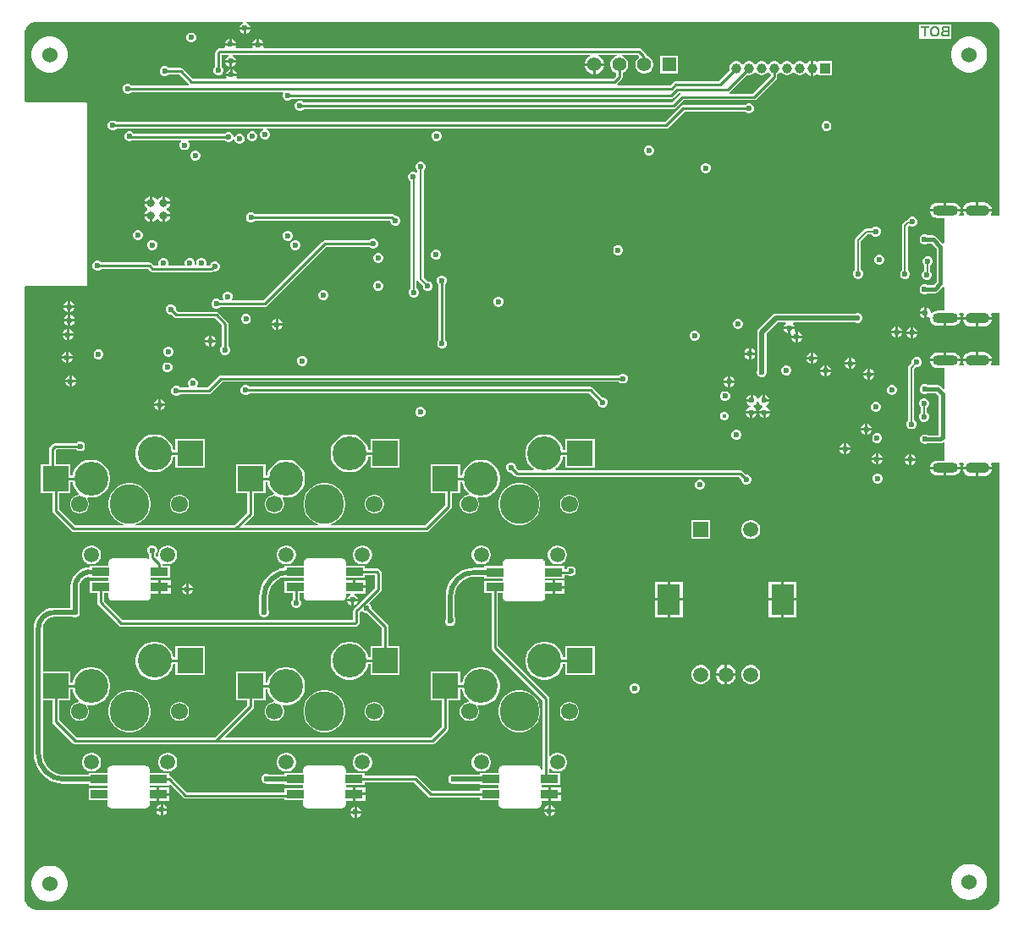
<source format=gbl>
G04*
G04 #@! TF.GenerationSoftware,Altium Limited,Altium Designer,25.4.2 (15)*
G04*
G04 Layer_Physical_Order=4*
G04 Layer_Color=16711680*
%FSLAX44Y44*%
%MOMM*%
G71*
G04*
G04 #@! TF.SameCoordinates,C2DD7520-A2B9-4FCF-9691-AC0A9630E6EF*
G04*
G04*
G04 #@! TF.FilePolarity,Positive*
G04*
G01*
G75*
%ADD10C,0.2500*%
%ADD11C,0.2000*%
%ADD15C,0.4000*%
%ADD36C,1.5000*%
G04:AMPARAMS|DCode=75|XSize=1mm|YSize=2.55mm|CornerRadius=0.5mm|HoleSize=0mm|Usage=FLASHONLY|Rotation=90.000|XOffset=0mm|YOffset=0mm|HoleType=Round|Shape=RoundedRectangle|*
%AMROUNDEDRECTD75*
21,1,1.0000,1.5500,0,0,90.0*
21,1,0.0000,2.5500,0,0,90.0*
1,1,1.0000,0.7750,0.0000*
1,1,1.0000,0.7750,0.0000*
1,1,1.0000,-0.7750,0.0000*
1,1,1.0000,-0.7750,0.0000*
%
%ADD75ROUNDEDRECTD75*%
G04:AMPARAMS|DCode=76|XSize=1.1mm|YSize=2.4mm|CornerRadius=0.55mm|HoleSize=0mm|Usage=FLASHONLY|Rotation=90.000|XOffset=0mm|YOffset=0mm|HoleType=Round|Shape=RoundedRectangle|*
%AMROUNDEDRECTD76*
21,1,1.1000,1.3000,0,0,90.0*
21,1,0.0000,2.4000,0,0,90.0*
1,1,1.1000,0.6500,0.0000*
1,1,1.1000,0.6500,0.0000*
1,1,1.1000,-0.6500,0.0000*
1,1,1.1000,-0.6500,0.0000*
%
%ADD76ROUNDEDRECTD76*%
%ADD83C,0.5000*%
%ADD84C,0.2540*%
%ADD86C,0.1500*%
%ADD91C,3.4000*%
%ADD92C,1.7000*%
%ADD93C,3.9878*%
%ADD94C,1.5080*%
%ADD95C,1.4000*%
%ADD96R,1.4000X1.4000*%
%ADD97R,2.3000X3.1000*%
%ADD98R,1.5000X1.5000*%
%ADD99C,1.5240*%
%ADD100C,1.0000*%
%ADD101R,1.0000X1.0000*%
%ADD102C,0.6000*%
%ADD103C,0.8000*%
%ADD104C,0.4500*%
%ADD105R,1.7500X0.8128*%
%ADD106R,2.5500X2.5000*%
G36*
X941561Y862463D02*
X943920Y861486D01*
X946042Y860067D01*
X947848Y858262D01*
X949266Y856139D01*
X950243Y853781D01*
X950741Y851277D01*
Y850000D01*
Y668789D01*
X942321D01*
X942154Y669128D01*
X941820Y670059D01*
X942583Y671901D01*
X942692Y672730D01*
X928250D01*
X913808D01*
X913917Y671901D01*
X914680Y670059D01*
X914346Y669128D01*
X914179Y668789D01*
X910641D01*
X910079Y669928D01*
X910286Y670198D01*
X911046Y672032D01*
X911138Y672730D01*
X895950D01*
X880762D01*
X880854Y672032D01*
X881614Y670198D01*
X882822Y668622D01*
X884398Y667414D01*
X886232Y666654D01*
X888200Y666395D01*
X895211D01*
Y641242D01*
X893941Y640716D01*
X886786Y647871D01*
X885463Y648755D01*
X883903Y649065D01*
X883902Y649065D01*
X878380D01*
X878219Y649226D01*
X876382Y649987D01*
X874392D01*
X872555Y649226D01*
X871148Y647819D01*
X870387Y645982D01*
Y643992D01*
X871148Y642155D01*
X872555Y640748D01*
X874392Y639987D01*
X876382D01*
X878219Y640748D01*
X878380Y640909D01*
X882213D01*
X887387Y635735D01*
Y602357D01*
X884159Y599129D01*
X878326D01*
X878166Y599289D01*
X876328Y600051D01*
X874339D01*
X872501Y599289D01*
X871095Y597883D01*
X870333Y596045D01*
Y594056D01*
X871095Y592218D01*
X872501Y590812D01*
X874339Y590051D01*
X876328D01*
X878166Y590812D01*
X878326Y590972D01*
X885848D01*
X885848Y590972D01*
X887409Y591283D01*
X888732Y592167D01*
X893941Y597376D01*
X895211Y596850D01*
Y573605D01*
X888200D01*
X886232Y573346D01*
X884398Y572586D01*
X882822Y571378D01*
X882758Y571294D01*
X881488Y571725D01*
Y572570D01*
X880645Y574607D01*
X879086Y576165D01*
X877218Y576939D01*
Y571469D01*
Y565998D01*
X879086Y566772D01*
X879466Y567151D01*
X880668Y566558D01*
X880595Y566000D01*
X880854Y564032D01*
X881614Y562197D01*
X882822Y560622D01*
X884398Y559414D01*
X886232Y558654D01*
X888200Y558395D01*
X894680D01*
Y566000D01*
X895950D01*
Y567270D01*
X911138D01*
X911046Y567968D01*
X910286Y569803D01*
X910079Y570072D01*
X910641Y571211D01*
X914179D01*
X914346Y570872D01*
X914680Y569941D01*
X913917Y568099D01*
X913808Y567270D01*
X928250D01*
X942692D01*
X942583Y568099D01*
X941820Y569941D01*
X942154Y570872D01*
X942321Y571211D01*
X950741D01*
Y518789D01*
X942321D01*
X942154Y519128D01*
X941820Y520059D01*
X942583Y521901D01*
X942692Y522730D01*
X928250D01*
Y524000D01*
D01*
Y522730D01*
X913808D01*
X913917Y521901D01*
X914680Y520059D01*
X914346Y519128D01*
X914179Y518789D01*
X910641D01*
X910079Y519928D01*
X910286Y520197D01*
X911046Y522032D01*
X911138Y522730D01*
X895950D01*
X880762D01*
X880854Y522032D01*
X881614Y520197D01*
X882822Y518622D01*
X884398Y517414D01*
X886232Y516654D01*
X888200Y516395D01*
X895211D01*
Y495782D01*
X894038Y495296D01*
X891513Y497820D01*
X890190Y498704D01*
X888630Y499015D01*
X888629Y499015D01*
X878495D01*
X878335Y499175D01*
X876497Y499936D01*
X874508D01*
X872670Y499175D01*
X871264Y497769D01*
X870503Y495931D01*
Y493942D01*
X871264Y492104D01*
X872670Y490698D01*
X874508Y489936D01*
X876497D01*
X878335Y490698D01*
X878495Y490858D01*
X886940D01*
X889172Y488627D01*
Y448876D01*
X878884D01*
X878723Y449036D01*
X876886Y449797D01*
X874896D01*
X873059Y449036D01*
X871652Y447630D01*
X870891Y445792D01*
Y443803D01*
X871652Y441965D01*
X873059Y440559D01*
X874896Y439797D01*
X876886D01*
X878723Y440559D01*
X878884Y440719D01*
X890907D01*
X890907Y440719D01*
X892468Y441029D01*
X893791Y441913D01*
X894038Y442160D01*
X895211Y441674D01*
Y423605D01*
X888200D01*
X886232Y423346D01*
X884398Y422586D01*
X882822Y421378D01*
X881614Y419803D01*
X880854Y417968D01*
X880762Y417270D01*
X895950D01*
X911138D01*
X911046Y417968D01*
X910286Y419803D01*
X910079Y420072D01*
X910641Y421211D01*
X914179D01*
X914346Y420872D01*
X914680Y419941D01*
X913917Y418099D01*
X913808Y417270D01*
X928250D01*
X942692D01*
X942583Y418099D01*
X941820Y419941D01*
X942154Y420872D01*
X942321Y421211D01*
X950741D01*
Y409040D01*
X950741Y-11564D01*
Y-14489D01*
X950243Y-16993D01*
X949266Y-19352D01*
X947848Y-21474D01*
X946042Y-23280D01*
X943919Y-24698D01*
X941561Y-25675D01*
X939057Y-26173D01*
X-12181D01*
X-13458Y-26173D01*
X-15962Y-25675D01*
X-18321Y-24698D01*
X-20443Y-23280D01*
X-22249Y-21474D01*
X-23667Y-19352D01*
X-24644Y-16993D01*
X-25142Y-14489D01*
Y-13212D01*
X-25169Y597135D01*
X-24843Y597577D01*
X-23900Y598264D01*
X35664D01*
X36445Y598419D01*
X37106Y598861D01*
X37548Y599523D01*
X37703Y600303D01*
Y780303D01*
X37548Y781083D01*
X37106Y781745D01*
X36445Y782187D01*
X35664Y782342D01*
X-24336D01*
X-25178Y783470D01*
X-25181Y850000D01*
Y851277D01*
X-24683Y853781D01*
X-23706Y856139D01*
X-22287Y858262D01*
X-20482Y860068D01*
X-18359Y861486D01*
X-16000Y862463D01*
X-13496Y862961D01*
X193447D01*
X193700Y861691D01*
X192174Y861059D01*
X190616Y859501D01*
X189842Y857632D01*
X200783D01*
X200009Y859501D01*
X198451Y861059D01*
X196925Y861691D01*
X197178Y862961D01*
X939057D01*
X941561Y862463D01*
D02*
G37*
%LPC*%
G36*
X200783Y855092D02*
X196583D01*
Y850892D01*
X198451Y851666D01*
X200009Y853224D01*
X200783Y855092D01*
D02*
G37*
G36*
X194043D02*
X189842D01*
X190616Y853224D01*
X192174Y851666D01*
X194043Y850892D01*
Y855092D01*
D02*
G37*
G36*
X902464Y860479D02*
X869588D01*
Y845847D01*
X902464D01*
Y860479D01*
D02*
G37*
G36*
X142727Y851953D02*
X140737D01*
X138900Y851192D01*
X137493Y849785D01*
X136732Y847947D01*
Y845958D01*
X137493Y844121D01*
X138900Y842714D01*
X140737Y841953D01*
X142727D01*
X144564Y842714D01*
X145971Y844121D01*
X146732Y845958D01*
Y847947D01*
X145971Y849785D01*
X144564Y851192D01*
X142727Y851953D01*
D02*
G37*
G36*
X182095Y845752D02*
Y841552D01*
X186296D01*
X185522Y843420D01*
X183964Y844978D01*
X182095Y845752D01*
D02*
G37*
G36*
X179555D02*
X177687Y844978D01*
X176129Y843420D01*
X175355Y841552D01*
X179555D01*
Y845752D01*
D02*
G37*
G36*
X209746Y845363D02*
Y841162D01*
X213946D01*
X213172Y843030D01*
X211614Y844589D01*
X209746Y845363D01*
D02*
G37*
G36*
X207206D02*
X205338Y844589D01*
X203779Y843030D01*
X203006Y841162D01*
X207206D01*
Y845363D01*
D02*
G37*
G36*
X186841Y822188D02*
X182641D01*
Y817987D01*
X184509Y818761D01*
X186067Y820320D01*
X186841Y822188D01*
D02*
G37*
G36*
X180101D02*
X175900D01*
X176674Y820320D01*
X178232Y818761D01*
X180101Y817987D01*
Y822188D01*
D02*
G37*
G36*
X921773Y848000D02*
X918227D01*
X914750Y847308D01*
X911474Y845951D01*
X908526Y843981D01*
X906019Y841474D01*
X904049Y838526D01*
X902692Y835250D01*
X902000Y831773D01*
Y828227D01*
X902692Y824750D01*
X904049Y821474D01*
X906019Y818526D01*
X908526Y816019D01*
X911474Y814049D01*
X914750Y812692D01*
X918227Y812000D01*
X921773D01*
X925250Y812692D01*
X928526Y814049D01*
X931474Y816019D01*
X933981Y818526D01*
X935951Y821474D01*
X937308Y824750D01*
X938000Y828227D01*
Y831773D01*
X937308Y835250D01*
X935951Y838526D01*
X933981Y841474D01*
X931474Y843981D01*
X928526Y845951D01*
X925250Y847308D01*
X921773Y848000D01*
D02*
G37*
G36*
X1773D02*
X-1773D01*
X-5250Y847308D01*
X-8526Y845951D01*
X-11474Y843981D01*
X-13981Y841474D01*
X-15951Y838526D01*
X-17308Y835250D01*
X-18000Y831773D01*
Y828227D01*
X-17308Y824750D01*
X-15951Y821474D01*
X-13981Y818526D01*
X-11474Y816019D01*
X-8526Y814049D01*
X-5250Y812692D01*
X-1773Y812000D01*
X1773D01*
X5250Y812692D01*
X8526Y814049D01*
X11474Y816019D01*
X13981Y818526D01*
X15951Y821474D01*
X17308Y824750D01*
X18000Y828227D01*
Y831773D01*
X17308Y835250D01*
X15951Y838526D01*
X13981Y841474D01*
X11474Y843981D01*
X8526Y845951D01*
X5250Y847308D01*
X1773Y848000D01*
D02*
G37*
G36*
X183186Y815376D02*
Y811175D01*
X187386D01*
X186612Y813043D01*
X185054Y814602D01*
X183186Y815376D01*
D02*
G37*
G36*
X180646D02*
X178778Y814602D01*
X177219Y813043D01*
X176446Y811175D01*
X180646D01*
Y815376D01*
D02*
G37*
G36*
X629000Y829000D02*
X611000D01*
Y811000D01*
X629000D01*
Y829000D01*
D02*
G37*
G36*
X186296Y839012D02*
X175355D01*
X175834Y837856D01*
X175028Y836586D01*
X170492D01*
X169224Y836333D01*
X168149Y835615D01*
X166685Y834150D01*
X165967Y833075D01*
X165714Y831807D01*
Y817920D01*
X164789Y816995D01*
X164028Y815157D01*
Y813168D01*
X164789Y811330D01*
X166196Y809924D01*
X168034Y809162D01*
X170023D01*
X171860Y809924D01*
X173267Y811330D01*
X174028Y813168D01*
Y815157D01*
X173267Y816995D01*
X172342Y817920D01*
Y829958D01*
X179269D01*
X179521Y828688D01*
X178232Y828154D01*
X176674Y826596D01*
X175900Y824728D01*
X186841D01*
X186067Y826596D01*
X184509Y828154D01*
X183220Y828688D01*
X183472Y829958D01*
X540628D01*
X540968Y828688D01*
X539142Y827634D01*
X537366Y825858D01*
X536110Y823682D01*
X535464Y821270D01*
X545000D01*
X554536D01*
X553890Y823682D01*
X552634Y825858D01*
X550858Y827634D01*
X549031Y828688D01*
X549372Y829958D01*
X567484D01*
X567652Y828688D01*
X566526Y828387D01*
X564474Y827202D01*
X562798Y825526D01*
X561613Y823474D01*
X561000Y821185D01*
Y818815D01*
X561613Y816526D01*
X562798Y814474D01*
X564474Y812798D01*
X566526Y811613D01*
X566686Y811570D01*
Y808734D01*
X564055Y806103D01*
X187608D01*
X186863Y807373D01*
X187386Y808635D01*
X176446D01*
X176968Y807373D01*
X176224Y806103D01*
X143239D01*
X133743Y815599D01*
X132668Y816318D01*
X131400Y816570D01*
X118970D01*
X118045Y817495D01*
X116208Y818256D01*
X114219D01*
X112381Y817495D01*
X110974Y816089D01*
X110213Y814251D01*
Y812262D01*
X110974Y810424D01*
X112381Y809017D01*
X114219Y808256D01*
X116208D01*
X118045Y809017D01*
X118970Y809943D01*
X130027D01*
X139352Y800618D01*
X139220Y799927D01*
X138881Y799348D01*
X81986D01*
X81061Y800273D01*
X79223Y801034D01*
X77234D01*
X75396Y800273D01*
X73990Y798867D01*
X73229Y797029D01*
Y795040D01*
X73990Y793202D01*
X75396Y791796D01*
X77234Y791034D01*
X79223D01*
X81061Y791796D01*
X81986Y792721D01*
X233141D01*
X233704Y791451D01*
X233066Y789910D01*
Y787921D01*
X233827Y786083D01*
X235234Y784677D01*
X237071Y783915D01*
X239061D01*
X240898Y784677D01*
X241824Y785602D01*
X621818D01*
X623086Y785854D01*
X624161Y786572D01*
X629435Y791846D01*
X631226D01*
X631401Y791339D01*
X631437Y790576D01*
X630546Y789980D01*
X622648Y782082D01*
X254231D01*
X253306Y783007D01*
X251468Y783769D01*
X249479D01*
X247641Y783007D01*
X246235Y781601D01*
X245473Y779763D01*
Y777774D01*
X246235Y775936D01*
X247641Y774530D01*
X249479Y773769D01*
X251468D01*
X253306Y774530D01*
X254231Y775455D01*
X624020D01*
X625288Y775707D01*
X626363Y776425D01*
X634261Y784324D01*
X704827D01*
X706095Y784576D01*
X707170Y785294D01*
X727063Y805187D01*
X727782Y806262D01*
X728034Y807530D01*
Y809902D01*
X729378Y810679D01*
X730681Y811982D01*
X730795Y812179D01*
X732065D01*
X732179Y811982D01*
X733482Y810679D01*
X735078Y809757D01*
X736858Y809280D01*
X738702D01*
X740482Y809757D01*
X742078Y810679D01*
X743381Y811982D01*
X743495Y812179D01*
X744765D01*
X744879Y811982D01*
X746182Y810679D01*
X747778Y809757D01*
X749558Y809280D01*
X751402D01*
X753182Y809757D01*
X754778Y810679D01*
X755706Y811606D01*
X756952Y811644D01*
X757280Y811517D01*
X758550Y810247D01*
X760270Y809254D01*
X761910Y808814D01*
Y816280D01*
Y823746D01*
X760270Y823306D01*
X758550Y822314D01*
X757280Y821043D01*
X756952Y820916D01*
X755706Y820954D01*
X754778Y821881D01*
X753182Y822803D01*
X751402Y823280D01*
X749558D01*
X747778Y822803D01*
X746182Y821881D01*
X744879Y820578D01*
X744765Y820381D01*
X743495D01*
X743381Y820578D01*
X742078Y821881D01*
X740482Y822803D01*
X738702Y823280D01*
X736858D01*
X735078Y822803D01*
X733482Y821881D01*
X732179Y820578D01*
X732065Y820381D01*
X730795D01*
X730681Y820578D01*
X729378Y821881D01*
X727782Y822803D01*
X726002Y823280D01*
X724158D01*
X722378Y822803D01*
X720782Y821881D01*
X719479Y820578D01*
X719365Y820381D01*
X718095D01*
X717981Y820578D01*
X716678Y821881D01*
X715082Y822803D01*
X713301Y823280D01*
X711458D01*
X709678Y822803D01*
X708082Y821881D01*
X706779Y820578D01*
X706665Y820381D01*
X705395D01*
X705281Y820578D01*
X703978Y821881D01*
X702382Y822803D01*
X700602Y823280D01*
X698758D01*
X696978Y822803D01*
X695382Y821881D01*
X694079Y820578D01*
X693965Y820381D01*
X692695D01*
X692581Y820578D01*
X691278Y821881D01*
X689682Y822803D01*
X687902Y823280D01*
X686059D01*
X684278Y822803D01*
X682682Y821881D01*
X681379Y820578D01*
X680457Y818982D01*
X679980Y817202D01*
Y815358D01*
X680274Y814260D01*
X669275Y803261D01*
X626296D01*
X625028Y803009D01*
X623953Y802291D01*
X621010Y799348D01*
X568413D01*
X568075Y799927D01*
X567943Y800618D01*
X572343Y805018D01*
X573061Y806093D01*
X573314Y807362D01*
Y811570D01*
X573474Y811613D01*
X575526Y812798D01*
X577202Y814474D01*
X578387Y816526D01*
X579000Y818815D01*
Y821185D01*
X578387Y823474D01*
X577202Y825526D01*
X575526Y827202D01*
X573474Y828387D01*
X572348Y828688D01*
X572516Y829958D01*
X588310D01*
X589746Y828522D01*
X589580Y827263D01*
X589474Y827202D01*
X587798Y825526D01*
X586613Y823474D01*
X586000Y821185D01*
Y818815D01*
X586613Y816526D01*
X587798Y814474D01*
X589474Y812798D01*
X591526Y811613D01*
X593815Y811000D01*
X596185D01*
X598474Y811613D01*
X600526Y812798D01*
X602202Y814474D01*
X603387Y816526D01*
X604000Y818815D01*
Y821185D01*
X603387Y823474D01*
X602202Y825526D01*
X600526Y827202D01*
X598474Y828387D01*
X597190Y828731D01*
Y829079D01*
X596937Y830347D01*
X596219Y831422D01*
X592026Y835615D01*
X590951Y836333D01*
X589683Y836586D01*
X214477D01*
X213629Y837856D01*
X213946Y838622D01*
X203006D01*
X203323Y837856D01*
X202474Y836586D01*
X186623D01*
X185817Y837856D01*
X186296Y839012D01*
D02*
G37*
G36*
X554536Y818730D02*
X546270D01*
Y810464D01*
X548682Y811110D01*
X550858Y812366D01*
X552634Y814142D01*
X553890Y816318D01*
X554536Y818730D01*
D02*
G37*
G36*
X543730D02*
X535464D01*
X536110Y816318D01*
X537366Y814142D01*
X539142Y812366D01*
X541318Y811110D01*
X543730Y810464D01*
Y818730D01*
D02*
G37*
G36*
X764450Y823746D02*
Y816280D01*
Y808814D01*
X766090Y809254D01*
X767610Y810131D01*
X768880Y809714D01*
Y809280D01*
X782880D01*
Y823280D01*
X768880D01*
Y822846D01*
X767610Y822429D01*
X766090Y823306D01*
X764450Y823746D01*
D02*
G37*
G36*
X700764Y780933D02*
X698775D01*
X696937Y780172D01*
X696012Y779247D01*
X633634D01*
X632366Y778995D01*
X631291Y778276D01*
X615624Y762609D01*
X66691D01*
X66127Y763173D01*
X64289Y763935D01*
X62300D01*
X60462Y763173D01*
X59056Y761767D01*
X58295Y759929D01*
Y757940D01*
X59056Y756102D01*
X60462Y754696D01*
X62300Y753935D01*
X64289D01*
X66127Y754696D01*
X67413Y755982D01*
X214001D01*
X214254Y754712D01*
X212832Y754123D01*
X211425Y752717D01*
X210664Y750879D01*
Y748890D01*
X211425Y747052D01*
X212832Y745646D01*
X214670Y744885D01*
X216659D01*
X218496Y745646D01*
X219903Y747052D01*
X220664Y748890D01*
Y750879D01*
X219903Y752717D01*
X218496Y754123D01*
X217075Y754712D01*
X217328Y755982D01*
X616997D01*
X618265Y756234D01*
X619340Y756953D01*
X635007Y772620D01*
X696012D01*
X696937Y771694D01*
X698775Y770933D01*
X700764D01*
X702602Y771694D01*
X704008Y773101D01*
X704770Y774939D01*
Y776928D01*
X704008Y778766D01*
X702602Y780172D01*
X700764Y780933D01*
D02*
G37*
G36*
X778200Y763579D02*
X776211D01*
X774373Y762818D01*
X772967Y761412D01*
X772206Y759574D01*
Y757585D01*
X772967Y755747D01*
X774373Y754341D01*
X776211Y753579D01*
X778200D01*
X780038Y754341D01*
X781444Y755747D01*
X782205Y757585D01*
Y759574D01*
X781444Y761412D01*
X780038Y762818D01*
X778200Y763579D01*
D02*
G37*
G36*
X388092Y753463D02*
X386103D01*
X384265Y752702D01*
X382859Y751296D01*
X382098Y749458D01*
Y747469D01*
X382859Y745631D01*
X384265Y744225D01*
X386103Y743463D01*
X388092D01*
X389930Y744225D01*
X391336Y745631D01*
X392098Y747469D01*
Y749458D01*
X391336Y751296D01*
X389930Y752702D01*
X388092Y753463D01*
D02*
G37*
G36*
X203761Y753140D02*
X201772D01*
X199934Y752379D01*
X198527Y750973D01*
X197766Y749135D01*
Y747146D01*
X198527Y745308D01*
X199934Y743901D01*
X201772Y743140D01*
X203761D01*
X205598Y743901D01*
X207005Y745308D01*
X207766Y747146D01*
Y749135D01*
X207005Y750973D01*
X205598Y752379D01*
X203761Y753140D01*
D02*
G37*
G36*
X81074Y753094D02*
X79085D01*
X77248Y752333D01*
X75841Y750926D01*
X75080Y749089D01*
Y747100D01*
X75841Y745262D01*
X77248Y743855D01*
X79085Y743094D01*
X81074D01*
X82912Y743855D01*
X83486Y744429D01*
X131349D01*
X131875Y743159D01*
X130896Y742180D01*
X130135Y740342D01*
Y738353D01*
X130896Y736516D01*
X132303Y735109D01*
X134140Y734348D01*
X136129D01*
X137967Y735109D01*
X139374Y736516D01*
X140135Y738353D01*
Y740342D01*
X139374Y742180D01*
X138395Y743159D01*
X138921Y744429D01*
X175072D01*
X176308Y743193D01*
X178146Y742432D01*
X180135D01*
X181973Y743193D01*
X183379Y744600D01*
X183873Y745792D01*
X185143Y745539D01*
Y744488D01*
X185905Y742651D01*
X187311Y741244D01*
X189149Y740483D01*
X191138D01*
X192976Y741244D01*
X194382Y742651D01*
X195143Y744488D01*
Y746477D01*
X194382Y748315D01*
X192976Y749722D01*
X191138Y750483D01*
X189149D01*
X187311Y749722D01*
X185905Y748315D01*
X185411Y747123D01*
X184141Y747375D01*
Y748427D01*
X183379Y750264D01*
X181973Y751671D01*
X180135Y752432D01*
X178146D01*
X176308Y751671D01*
X175735Y751097D01*
X84148D01*
X82912Y752333D01*
X81074Y753094D01*
D02*
G37*
G36*
X600498Y738851D02*
X598509D01*
X596671Y738090D01*
X595265Y736683D01*
X594503Y734845D01*
Y732856D01*
X595265Y731019D01*
X596671Y729612D01*
X598509Y728851D01*
X600498D01*
X602336Y729612D01*
X603742Y731019D01*
X604503Y732856D01*
Y734845D01*
X603742Y736683D01*
X602336Y738090D01*
X600498Y738851D01*
D02*
G37*
G36*
X146782Y733961D02*
X144793D01*
X142955Y733200D01*
X141549Y731793D01*
X140787Y729956D01*
Y727967D01*
X141549Y726129D01*
X142955Y724722D01*
X144793Y723961D01*
X146782D01*
X148619Y724722D01*
X150026Y726129D01*
X150787Y727967D01*
Y729956D01*
X150026Y731793D01*
X148619Y733200D01*
X146782Y733961D01*
D02*
G37*
G36*
X372127Y722706D02*
X370138D01*
X368300Y721945D01*
X366894Y720538D01*
X366133Y718701D01*
Y716712D01*
X366894Y714874D01*
X368074Y713694D01*
Y712063D01*
X366804Y711537D01*
X366565Y711776D01*
X364728Y712537D01*
X362738D01*
X360901Y711776D01*
X359494Y710369D01*
X358733Y708532D01*
Y706543D01*
X359494Y704705D01*
X360901Y703298D01*
X361043Y703239D01*
Y595568D01*
X360232Y594756D01*
X359470Y592919D01*
Y590929D01*
X360232Y589092D01*
X361638Y587685D01*
X363476Y586924D01*
X365465D01*
X367303Y587685D01*
X368709Y589092D01*
X369470Y590929D01*
Y592919D01*
X368709Y594756D01*
X367303Y596163D01*
X367161Y596222D01*
Y603710D01*
X367653Y603881D01*
X368431Y603921D01*
X368970Y603114D01*
X373349Y598735D01*
Y597066D01*
X374110Y595229D01*
X375517Y593822D01*
X377354Y593061D01*
X379343D01*
X381181Y593822D01*
X382588Y595229D01*
X383349Y597066D01*
Y599055D01*
X382588Y600893D01*
X381181Y602300D01*
X379343Y603061D01*
X377675D01*
X374191Y606544D01*
Y713694D01*
X375372Y714874D01*
X376133Y716712D01*
Y718701D01*
X375372Y720538D01*
X373965Y721945D01*
X372127Y722706D01*
D02*
G37*
G36*
X657504Y721420D02*
X655515D01*
X653677Y720658D01*
X652271Y719252D01*
X651509Y717414D01*
Y715425D01*
X652271Y713587D01*
X653677Y712181D01*
X655515Y711420D01*
X657504D01*
X659342Y712181D01*
X660748Y713587D01*
X661509Y715425D01*
Y717414D01*
X660748Y719252D01*
X659342Y720658D01*
X657504Y721420D01*
D02*
G37*
G36*
X112858Y687961D02*
X111604Y687625D01*
X110112Y686764D01*
X108895Y685546D01*
X108556Y684960D01*
X107090D01*
X106752Y685546D01*
X105534Y686764D01*
X104043Y687625D01*
X102788Y687961D01*
Y681530D01*
X101518D01*
Y680260D01*
X95088D01*
X95424Y679006D01*
X96285Y677515D01*
X97503Y676297D01*
X98053Y675980D01*
Y674513D01*
X97503Y674195D01*
X96285Y672978D01*
X95424Y671486D01*
X95088Y670232D01*
X101518D01*
Y668962D01*
X102788D01*
Y662532D01*
X104043Y662868D01*
X105534Y663729D01*
X106752Y664946D01*
X107090Y665533D01*
X108556D01*
X108895Y664946D01*
X110112Y663729D01*
X111604Y662868D01*
X112858Y662532D01*
Y668962D01*
X114128D01*
Y670232D01*
X120559D01*
X120222Y671486D01*
X119361Y672978D01*
X118144Y674195D01*
X117594Y674513D01*
Y675980D01*
X118144Y676297D01*
X119361Y677515D01*
X120222Y679006D01*
X120559Y680260D01*
X114128D01*
Y681530D01*
X112858D01*
Y687961D01*
D02*
G37*
G36*
X115398D02*
Y682800D01*
X120559D01*
X120222Y684055D01*
X119361Y685546D01*
X118144Y686764D01*
X116652Y687625D01*
X115398Y687961D01*
D02*
G37*
G36*
X100248D02*
X98994Y687625D01*
X97503Y686764D01*
X96285Y685546D01*
X95424Y684055D01*
X95088Y682800D01*
X100248D01*
Y687961D01*
D02*
G37*
G36*
X934750Y682109D02*
X929520D01*
Y675270D01*
X942692D01*
X942583Y676099D01*
X941773Y678055D01*
X940484Y679734D01*
X938805Y681023D01*
X936849Y681833D01*
X934750Y682109D01*
D02*
G37*
G36*
X926980D02*
X921750D01*
X919651Y681833D01*
X917695Y681023D01*
X916016Y679734D01*
X914727Y678055D01*
X913917Y676099D01*
X913808Y675270D01*
X926980D01*
Y682109D01*
D02*
G37*
G36*
X903700Y681605D02*
X897220D01*
Y675270D01*
X911138D01*
X911046Y675968D01*
X910286Y677803D01*
X909078Y679378D01*
X907503Y680586D01*
X905668Y681346D01*
X903700Y681605D01*
D02*
G37*
G36*
X894680D02*
X888200D01*
X886232Y681346D01*
X884398Y680586D01*
X882822Y679378D01*
X881614Y677803D01*
X880854Y675968D01*
X880762Y675270D01*
X894680D01*
Y681605D01*
D02*
G37*
G36*
X120559Y667692D02*
X115398D01*
Y662532D01*
X116652Y662868D01*
X118144Y663729D01*
X119361Y664946D01*
X120222Y666438D01*
X120559Y667692D01*
D02*
G37*
G36*
X100248D02*
X95088D01*
X95424Y666438D01*
X96285Y664946D01*
X97503Y663729D01*
X98994Y662868D01*
X100248Y662532D01*
Y667692D01*
D02*
G37*
G36*
X202448Y672004D02*
X200459D01*
X198622Y671243D01*
X197215Y669836D01*
X196454Y667998D01*
Y666009D01*
X197215Y664172D01*
X198622Y662765D01*
X200459Y662004D01*
X202448D01*
X204286Y662765D01*
X205211Y663690D01*
X341043D01*
Y662702D01*
X341804Y660864D01*
X343211Y659458D01*
X345048Y658697D01*
X347038D01*
X348875Y659458D01*
X350282Y660864D01*
X351043Y662702D01*
Y664691D01*
X350282Y666529D01*
X348875Y667935D01*
X347038Y668697D01*
X345729D01*
X345079Y669347D01*
X344004Y670065D01*
X342736Y670318D01*
X205211D01*
X204286Y671243D01*
X202448Y672004D01*
D02*
G37*
G36*
X864227Y667473D02*
X862238D01*
X860400Y666712D01*
X858994Y665305D01*
X858746Y664708D01*
X857870Y664534D01*
X856878Y663871D01*
X856878Y663871D01*
X853702Y660695D01*
X853039Y659703D01*
X852806Y658532D01*
X852806Y658532D01*
Y614118D01*
X851626Y612938D01*
X850865Y611100D01*
Y609111D01*
X851626Y607273D01*
X853033Y605867D01*
X854870Y605105D01*
X856859D01*
X858697Y605867D01*
X860104Y607273D01*
X860865Y609111D01*
Y611100D01*
X860104Y612938D01*
X858924Y614118D01*
Y657265D01*
X860147Y658488D01*
X860400Y658234D01*
X862238Y657473D01*
X864227D01*
X866065Y658234D01*
X867471Y659641D01*
X868233Y661479D01*
Y663468D01*
X867471Y665305D01*
X866065Y666712D01*
X864227Y667473D01*
D02*
G37*
G36*
X827425Y657916D02*
X825436D01*
X823598Y657155D01*
X822418Y655975D01*
X817448D01*
X817448Y655975D01*
X816277Y655742D01*
X815285Y655079D01*
X806661Y646455D01*
X805998Y645463D01*
X805766Y644292D01*
X805766Y644292D01*
Y614604D01*
X804585Y613424D01*
X803824Y611586D01*
Y609597D01*
X804585Y607759D01*
X805992Y606353D01*
X807830Y605592D01*
X809819D01*
X811657Y606353D01*
X813063Y607759D01*
X813824Y609597D01*
Y611586D01*
X813063Y613424D01*
X811883Y614604D01*
Y643025D01*
X818715Y649857D01*
X822418D01*
X823598Y648677D01*
X825436Y647916D01*
X827425D01*
X829263Y648677D01*
X830669Y650084D01*
X831430Y651921D01*
Y653911D01*
X830669Y655748D01*
X829263Y657155D01*
X827425Y657916D01*
D02*
G37*
G36*
X89460Y654148D02*
X87471D01*
X85633Y653387D01*
X84227Y651980D01*
X83465Y650143D01*
Y648153D01*
X84227Y646316D01*
X85633Y644909D01*
X87471Y644148D01*
X89460D01*
X91298Y644909D01*
X92704Y646316D01*
X93465Y648153D01*
Y650143D01*
X92704Y651980D01*
X91298Y653387D01*
X89460Y654148D01*
D02*
G37*
G36*
X239432Y653638D02*
X237443D01*
X235605Y652877D01*
X234199Y651470D01*
X233438Y649632D01*
Y647643D01*
X234199Y645806D01*
X235605Y644399D01*
X237443Y643638D01*
X239432D01*
X241270Y644399D01*
X242676Y645806D01*
X243437Y647643D01*
Y649632D01*
X242676Y651470D01*
X241270Y652877D01*
X239432Y653638D01*
D02*
G37*
G36*
X324725Y645489D02*
X322736D01*
X320899Y644728D01*
X319973Y643802D01*
X275270D01*
X274002Y643550D01*
X272927Y642832D01*
X213915Y583820D01*
X182947D01*
X182444Y585090D01*
X183124Y586732D01*
Y588722D01*
X182363Y590559D01*
X180956Y591966D01*
X179118Y592727D01*
X177129D01*
X175292Y591966D01*
X173885Y590559D01*
X173124Y588722D01*
Y586732D01*
X173804Y585090D01*
X173301Y583820D01*
X170584D01*
X169659Y584745D01*
X167822Y585506D01*
X165832D01*
X163995Y584745D01*
X162588Y583339D01*
X161827Y581501D01*
Y579512D01*
X162588Y577674D01*
X163995Y576267D01*
X165832Y575506D01*
X167822D01*
X169659Y576267D01*
X170584Y577193D01*
X215288D01*
X216556Y577445D01*
X217631Y578163D01*
X276643Y637175D01*
X319973D01*
X320899Y636250D01*
X322736Y635489D01*
X324725D01*
X326563Y636250D01*
X327970Y637657D01*
X328731Y639494D01*
Y641483D01*
X327970Y643321D01*
X326563Y644728D01*
X324725Y645489D01*
D02*
G37*
G36*
X103473Y644387D02*
X101484D01*
X99647Y643626D01*
X98240Y642220D01*
X97479Y640382D01*
Y638393D01*
X98240Y636555D01*
X99647Y635149D01*
X101484Y634387D01*
X103473D01*
X105311Y635149D01*
X106718Y636555D01*
X107479Y638393D01*
Y640382D01*
X106718Y642220D01*
X105311Y643626D01*
X103473Y644387D01*
D02*
G37*
G36*
X246716Y644249D02*
X244727D01*
X242890Y643488D01*
X241483Y642081D01*
X240722Y640244D01*
Y638254D01*
X241483Y636417D01*
X242890Y635010D01*
X244727Y634249D01*
X246716D01*
X248554Y635010D01*
X249961Y636417D01*
X250722Y638254D01*
Y640244D01*
X249961Y642081D01*
X248554Y643488D01*
X246716Y644249D01*
D02*
G37*
G36*
X569832Y639208D02*
X567843D01*
X566005Y638447D01*
X564599Y637041D01*
X563838Y635203D01*
Y633214D01*
X564599Y631376D01*
X566005Y629970D01*
X567843Y629208D01*
X569832D01*
X571670Y629970D01*
X573076Y631376D01*
X573838Y633214D01*
Y635203D01*
X573076Y637041D01*
X571670Y638447D01*
X569832Y639208D01*
D02*
G37*
G36*
X387711Y634499D02*
X385722D01*
X383885Y633738D01*
X382478Y632331D01*
X381717Y630494D01*
Y628504D01*
X382478Y626667D01*
X383885Y625260D01*
X385722Y624499D01*
X387711D01*
X389549Y625260D01*
X390956Y626667D01*
X391717Y628504D01*
Y630494D01*
X390956Y632331D01*
X389549Y633738D01*
X387711Y634499D01*
D02*
G37*
G36*
X329875Y631328D02*
X327886D01*
X326048Y630567D01*
X324641Y629160D01*
X323880Y627322D01*
Y625333D01*
X324641Y623495D01*
X326048Y622089D01*
X327886Y621328D01*
X329875D01*
X331712Y622089D01*
X333119Y623495D01*
X333880Y625333D01*
Y627322D01*
X333119Y629160D01*
X331712Y630567D01*
X329875Y631328D01*
D02*
G37*
G36*
X831114Y629490D02*
X829125D01*
X827288Y628729D01*
X825881Y627322D01*
X825120Y625485D01*
Y623495D01*
X825881Y621658D01*
X827288Y620251D01*
X829125Y619490D01*
X831114D01*
X832952Y620251D01*
X834359Y621658D01*
X835120Y623495D01*
Y625485D01*
X834359Y627322D01*
X832952Y628729D01*
X831114Y629490D01*
D02*
G37*
G36*
X153159Y626493D02*
X151170D01*
X149332Y625732D01*
X147925Y624325D01*
X147164Y622487D01*
Y620498D01*
X146321Y619457D01*
X146143Y619612D01*
X145401Y620577D01*
Y622250D01*
X144640Y624087D01*
X143233Y625494D01*
X141396Y626255D01*
X139406D01*
X137569Y625494D01*
X136162Y624087D01*
X135401Y622250D01*
Y620261D01*
X135543Y619917D01*
X134838Y618861D01*
X119705D01*
X119000Y619917D01*
X119064Y620073D01*
Y622062D01*
X118303Y623899D01*
X116896Y625306D01*
X115059Y626067D01*
X113070D01*
X111232Y625306D01*
X109825Y623899D01*
X109064Y622062D01*
Y620073D01*
X109129Y619917D01*
X108423Y618861D01*
X104587D01*
X102589Y620859D01*
X101507Y621582D01*
X100231Y621836D01*
X51682D01*
X50777Y622741D01*
X48939Y623502D01*
X46950D01*
X45112Y622741D01*
X43706Y621334D01*
X42945Y619496D01*
Y617507D01*
X43706Y615670D01*
X45112Y614263D01*
X46950Y613502D01*
X48939D01*
X50777Y614263D01*
X51682Y615168D01*
X98850D01*
X100849Y613170D01*
X101930Y612447D01*
X103206Y612193D01*
X162084D01*
X163360Y612447D01*
X163966Y612852D01*
X164238Y612739D01*
X166227D01*
X168065Y613501D01*
X169471Y614907D01*
X170233Y616745D01*
Y618734D01*
X169471Y620572D01*
X168065Y621978D01*
X166227Y622739D01*
X164238D01*
X162400Y621978D01*
X160994Y620572D01*
X160285Y618861D01*
X157629D01*
X156924Y619917D01*
X157164Y620498D01*
Y622487D01*
X156403Y624325D01*
X154997Y625732D01*
X153159Y626493D01*
D02*
G37*
G36*
X879664Y627902D02*
X877675D01*
X875837Y627141D01*
X874431Y625734D01*
X873670Y623896D01*
Y621907D01*
X874431Y620070D01*
X875391Y619109D01*
Y613823D01*
X874888Y613615D01*
X873482Y612208D01*
X872720Y610371D01*
Y608382D01*
X873482Y606544D01*
X874888Y605137D01*
X876726Y604376D01*
X878715D01*
X880553Y605137D01*
X881959Y606544D01*
X882720Y608382D01*
Y610371D01*
X881959Y612208D01*
X880999Y613169D01*
Y618455D01*
X881502Y618663D01*
X882908Y620070D01*
X883670Y621907D01*
Y623896D01*
X882908Y625734D01*
X881502Y627141D01*
X879664Y627902D01*
D02*
G37*
G36*
X329686Y603467D02*
X327697D01*
X325859Y602706D01*
X324453Y601299D01*
X323691Y599461D01*
Y597472D01*
X324453Y595634D01*
X325859Y594228D01*
X327697Y593467D01*
X329686D01*
X331524Y594228D01*
X332930Y595634D01*
X333691Y597472D01*
Y599461D01*
X332930Y601299D01*
X331524Y602706D01*
X329686Y603467D01*
D02*
G37*
G36*
X275017Y594053D02*
X273028D01*
X271190Y593292D01*
X269783Y591886D01*
X269022Y590048D01*
Y588059D01*
X269783Y586221D01*
X271190Y584814D01*
X273028Y584053D01*
X275017D01*
X276855Y584814D01*
X278261Y586221D01*
X279022Y588059D01*
Y590048D01*
X278261Y591886D01*
X276855Y593292D01*
X275017Y594053D01*
D02*
G37*
G36*
X20861Y582813D02*
Y578613D01*
X25062D01*
X24288Y580481D01*
X22729Y582039D01*
X20861Y582813D01*
D02*
G37*
G36*
X18321D02*
X16453Y582039D01*
X14895Y580481D01*
X14121Y578613D01*
X18321D01*
Y582813D01*
D02*
G37*
G36*
X450149Y587644D02*
X448160D01*
X446322Y586883D01*
X444916Y585476D01*
X444155Y583638D01*
Y581649D01*
X444916Y579812D01*
X446322Y578405D01*
X448160Y577644D01*
X450149D01*
X451987Y578405D01*
X453393Y579812D01*
X454155Y581649D01*
Y583638D01*
X453393Y585476D01*
X451987Y586883D01*
X450149Y587644D01*
D02*
G37*
G36*
X874678Y576939D02*
X872810Y576165D01*
X871252Y574607D01*
X870478Y572738D01*
X874678D01*
Y576939D01*
D02*
G37*
G36*
X25062Y576073D02*
X20861D01*
Y571872D01*
X22729Y572646D01*
X24288Y574205D01*
X25062Y576073D01*
D02*
G37*
G36*
X18321D02*
X14121D01*
X14895Y574205D01*
X16453Y572646D01*
X18321Y571872D01*
Y576073D01*
D02*
G37*
G36*
X874678Y570199D02*
X870478D01*
X871252Y568330D01*
X872810Y566772D01*
X874678Y565998D01*
Y570199D01*
D02*
G37*
G36*
X21085Y569514D02*
Y565313D01*
X25285D01*
X24511Y567182D01*
X22953Y568740D01*
X21085Y569514D01*
D02*
G37*
G36*
X18545D02*
X16677Y568740D01*
X15118Y567182D01*
X14345Y565313D01*
X18545D01*
Y569514D01*
D02*
G37*
G36*
X809284Y571240D02*
X807295D01*
X806300Y570828D01*
X726675D01*
X724920Y570479D01*
X723431Y569484D01*
X709440Y555493D01*
X708445Y554004D01*
X708096Y552248D01*
Y513979D01*
X707684Y512984D01*
Y510995D01*
X708445Y509157D01*
X709852Y507751D01*
X711689Y506990D01*
X713678D01*
X715516Y507751D01*
X716923Y509157D01*
X717684Y510995D01*
Y512984D01*
X717272Y513979D01*
Y550348D01*
X728576Y561652D01*
X736087D01*
X736613Y560382D01*
X735532Y559301D01*
X734759Y557433D01*
X745699D01*
X744926Y559301D01*
X743845Y560382D01*
X744371Y561652D01*
X806300D01*
X807295Y561240D01*
X809284D01*
X811121Y562001D01*
X812528Y563408D01*
X813289Y565246D01*
Y567235D01*
X812528Y569072D01*
X811121Y570479D01*
X809284Y571240D01*
D02*
G37*
G36*
X228607Y565207D02*
Y561007D01*
X232808D01*
X232034Y562875D01*
X230476Y564434D01*
X228607Y565207D01*
D02*
G37*
G36*
X226067D02*
X224199Y564434D01*
X222641Y562875D01*
X221867Y561007D01*
X226067D01*
Y565207D01*
D02*
G37*
G36*
X197420Y570549D02*
X195431D01*
X193594Y569788D01*
X192187Y568381D01*
X191426Y566543D01*
Y564554D01*
X192187Y562717D01*
X193594Y561310D01*
X195431Y560549D01*
X197420D01*
X199258Y561310D01*
X200665Y562717D01*
X201426Y564554D01*
Y566543D01*
X200665Y568381D01*
X199258Y569788D01*
X197420Y570549D01*
D02*
G37*
G36*
X25285Y562773D02*
X21085D01*
Y558573D01*
X22953Y559347D01*
X24511Y560905D01*
X25285Y562773D01*
D02*
G37*
G36*
X18545D02*
X14345D01*
X15118Y560905D01*
X16677Y559347D01*
X18545Y558573D01*
Y562773D01*
D02*
G37*
G36*
X911138Y564730D02*
X897220D01*
Y558395D01*
X903700D01*
X905668Y558654D01*
X907503Y559414D01*
X909078Y560622D01*
X910286Y562197D01*
X911046Y564032D01*
X911138Y564730D01*
D02*
G37*
G36*
X942692Y564730D02*
X929520D01*
Y557891D01*
X934750D01*
X936849Y558167D01*
X938805Y558977D01*
X940484Y560266D01*
X941773Y561945D01*
X942583Y563901D01*
X942692Y564730D01*
D02*
G37*
G36*
X926980D02*
X913808D01*
X913917Y563901D01*
X914727Y561945D01*
X916016Y560266D01*
X917695Y558977D01*
X919651Y558167D01*
X921750Y557891D01*
X926980D01*
Y564730D01*
D02*
G37*
G36*
X689790Y565241D02*
X687801D01*
X685963Y564479D01*
X684557Y563073D01*
X683795Y561235D01*
Y559246D01*
X684557Y557408D01*
X685963Y556002D01*
X687801Y555241D01*
X689790D01*
X691628Y556002D01*
X693034Y557408D01*
X693795Y559246D01*
Y561235D01*
X693034Y563073D01*
X691628Y564479D01*
X689790Y565241D01*
D02*
G37*
G36*
X232808Y558467D02*
X228607D01*
Y554267D01*
X230476Y555040D01*
X232034Y556599D01*
X232808Y558467D01*
D02*
G37*
G36*
X226067D02*
X221867D01*
X222641Y556599D01*
X224199Y555040D01*
X226067Y554267D01*
Y558467D01*
D02*
G37*
G36*
X848826Y557751D02*
Y553551D01*
X853026D01*
X852252Y555419D01*
X850694Y556977D01*
X848826Y557751D01*
D02*
G37*
G36*
X846286D02*
X844417Y556977D01*
X842859Y555419D01*
X842085Y553551D01*
X846286D01*
Y557751D01*
D02*
G37*
G36*
X863994Y557103D02*
Y552902D01*
X868195D01*
X867421Y554771D01*
X865862Y556329D01*
X863994Y557103D01*
D02*
G37*
G36*
X861454D02*
X859586Y556329D01*
X858027Y554771D01*
X857254Y552902D01*
X861454D01*
Y557103D01*
D02*
G37*
G36*
X19520Y554985D02*
Y550785D01*
X23721D01*
X22947Y552653D01*
X21388Y554211D01*
X19520Y554985D01*
D02*
G37*
G36*
X16980D02*
X15112Y554211D01*
X13554Y552653D01*
X12780Y550785D01*
X16980D01*
Y554985D01*
D02*
G37*
G36*
X738959Y554893D02*
X734759D01*
X735532Y553025D01*
X737091Y551466D01*
X738959Y550692D01*
Y554893D01*
D02*
G37*
G36*
X748755Y552881D02*
Y548680D01*
X752956D01*
X752182Y550548D01*
X750624Y552107D01*
X748755Y552881D01*
D02*
G37*
G36*
X745699Y554893D02*
X741499D01*
Y550650D01*
X742441Y549708D01*
X742015Y548680D01*
X746215D01*
Y552923D01*
X745274Y553865D01*
X745699Y554893D01*
D02*
G37*
G36*
X853026Y551011D02*
X848826D01*
Y546810D01*
X850694Y547584D01*
X852252Y549143D01*
X853026Y551011D01*
D02*
G37*
G36*
X846286D02*
X842085D01*
X842859Y549143D01*
X844417Y547584D01*
X846286Y546810D01*
Y551011D01*
D02*
G37*
G36*
X868195Y550363D02*
X863994D01*
Y546162D01*
X865862Y546936D01*
X867421Y548494D01*
X868195Y550363D01*
D02*
G37*
G36*
X861454D02*
X857254D01*
X858027Y548494D01*
X859586Y546936D01*
X861454Y546162D01*
Y550363D01*
D02*
G37*
G36*
X162362Y548784D02*
Y544584D01*
X166562D01*
X165788Y546452D01*
X164230Y548010D01*
X162362Y548784D01*
D02*
G37*
G36*
X159822D02*
X157953Y548010D01*
X156395Y546452D01*
X155621Y544584D01*
X159822D01*
Y548784D01*
D02*
G37*
G36*
X23721Y548245D02*
X19520D01*
Y544044D01*
X21388Y544818D01*
X22947Y546377D01*
X23721Y548245D01*
D02*
G37*
G36*
X16980D02*
X12780D01*
X13554Y546377D01*
X15112Y544818D01*
X16980Y544044D01*
Y548245D01*
D02*
G37*
G36*
X646339Y553368D02*
X644350D01*
X642513Y552607D01*
X641106Y551200D01*
X640345Y549362D01*
Y547373D01*
X641106Y545536D01*
X642513Y544129D01*
X644350Y543368D01*
X646339D01*
X648177Y544129D01*
X649584Y545536D01*
X650345Y547373D01*
Y549362D01*
X649584Y551200D01*
X648177Y552607D01*
X646339Y553368D01*
D02*
G37*
G36*
X752956Y546140D02*
X748755D01*
Y541940D01*
X750624Y542714D01*
X752182Y544272D01*
X752956Y546140D01*
D02*
G37*
G36*
X746215D02*
X742015D01*
X742789Y544272D01*
X744347Y542714D01*
X746215Y541940D01*
Y546140D01*
D02*
G37*
G36*
X166562Y542044D02*
X162362D01*
Y537843D01*
X164230Y538617D01*
X165788Y540176D01*
X166562Y542044D01*
D02*
G37*
G36*
X159822D02*
X155621D01*
X156395Y540176D01*
X157953Y538617D01*
X159822Y537843D01*
Y542044D01*
D02*
G37*
G36*
X393208Y608875D02*
X391219D01*
X389381Y608114D01*
X387975Y606707D01*
X387213Y604870D01*
Y602881D01*
X387975Y601043D01*
X389164Y599853D01*
Y544030D01*
X388504Y543369D01*
X387743Y541531D01*
Y539542D01*
X388504Y537705D01*
X389911Y536298D01*
X391748Y535537D01*
X393737D01*
X395575Y536298D01*
X396982Y537705D01*
X397743Y539542D01*
Y541531D01*
X396982Y543369D01*
X395792Y544559D01*
Y600382D01*
X396452Y601043D01*
X397213Y602881D01*
Y604870D01*
X396452Y606707D01*
X395046Y608114D01*
X393208Y608875D01*
D02*
G37*
G36*
X701857Y536146D02*
Y531945D01*
X706057D01*
X705284Y533813D01*
X703725Y535372D01*
X701857Y536146D01*
D02*
G37*
G36*
X699317D02*
X697449Y535372D01*
X695890Y533813D01*
X695117Y531945D01*
X699317D01*
Y536146D01*
D02*
G37*
G36*
X122110Y580032D02*
X120120D01*
X118283Y579270D01*
X116876Y577864D01*
X116115Y576026D01*
Y574037D01*
X116876Y572199D01*
X118283Y570793D01*
X120120Y570032D01*
X121429D01*
X124516Y566944D01*
X125591Y566226D01*
X126860Y565973D01*
X165369D01*
X172017Y559325D01*
Y538005D01*
X171092Y537080D01*
X170331Y535243D01*
Y533254D01*
X171092Y531416D01*
X172499Y530009D01*
X174337Y529248D01*
X176326D01*
X178163Y530009D01*
X179570Y531416D01*
X180331Y533254D01*
Y535243D01*
X179570Y537080D01*
X178645Y538005D01*
Y560697D01*
X178393Y561965D01*
X177674Y563041D01*
X169085Y571630D01*
X168010Y572348D01*
X166742Y572601D01*
X128232D01*
X126115Y574718D01*
Y576026D01*
X125354Y577864D01*
X123947Y579270D01*
X122110Y580032D01*
D02*
G37*
G36*
X18987Y532093D02*
Y527892D01*
X23188D01*
X22414Y529761D01*
X20855Y531319D01*
X18987Y532093D01*
D02*
G37*
G36*
X16447D02*
X14579Y531319D01*
X13021Y529761D01*
X12247Y527892D01*
X16447D01*
Y532093D01*
D02*
G37*
G36*
X119996Y537626D02*
X118007D01*
X116169Y536865D01*
X114763Y535459D01*
X114002Y533621D01*
Y531632D01*
X114763Y529794D01*
X116169Y528388D01*
X118007Y527626D01*
X119996D01*
X121834Y528388D01*
X123240Y529794D01*
X124002Y531632D01*
Y533621D01*
X123240Y535459D01*
X121834Y536865D01*
X119996Y537626D01*
D02*
G37*
G36*
X763906Y531174D02*
Y526973D01*
X768107D01*
X767333Y528841D01*
X765775Y530400D01*
X763906Y531174D01*
D02*
G37*
G36*
X761367D02*
X759498Y530400D01*
X757940Y528841D01*
X757166Y526973D01*
X761367D01*
Y531174D01*
D02*
G37*
G36*
X934750Y532109D02*
X929520D01*
Y525270D01*
X942692D01*
X942583Y526099D01*
X941773Y528055D01*
X940484Y529734D01*
X938805Y531023D01*
X936849Y531833D01*
X934750Y532109D01*
D02*
G37*
G36*
X926980D02*
X921750D01*
X919651Y531833D01*
X917695Y531023D01*
X916016Y529734D01*
X914727Y528055D01*
X913917Y526099D01*
X913808Y525270D01*
X926980D01*
Y532109D01*
D02*
G37*
G36*
X903700Y531605D02*
X897220D01*
Y525270D01*
X911138D01*
X911046Y525968D01*
X910286Y527803D01*
X909078Y529378D01*
X907503Y530586D01*
X905668Y531346D01*
X903700Y531605D01*
D02*
G37*
G36*
X894680D02*
X888200D01*
X886232Y531346D01*
X884398Y530586D01*
X882822Y529378D01*
X881614Y527803D01*
X880854Y525968D01*
X880762Y525270D01*
X894680D01*
Y531605D01*
D02*
G37*
G36*
X706057Y529405D02*
X701857D01*
Y525205D01*
X703725Y525979D01*
X705284Y527537D01*
X706057Y529405D01*
D02*
G37*
G36*
X699317D02*
X695117D01*
X695890Y527537D01*
X697449Y525979D01*
X699317Y525205D01*
Y529405D01*
D02*
G37*
G36*
X49979Y534902D02*
X47990D01*
X46152Y534141D01*
X44746Y532734D01*
X43985Y530896D01*
Y528907D01*
X44746Y527070D01*
X46152Y525663D01*
X47990Y524902D01*
X49979D01*
X51817Y525663D01*
X53224Y527070D01*
X53985Y528907D01*
Y530896D01*
X53224Y532734D01*
X51817Y534141D01*
X49979Y534902D01*
D02*
G37*
G36*
X802541Y526377D02*
Y522176D01*
X806742D01*
X805968Y524044D01*
X804409Y525603D01*
X802541Y526377D01*
D02*
G37*
G36*
X800001D02*
X798133Y525603D01*
X796575Y524044D01*
X795801Y522176D01*
X800001D01*
Y526377D01*
D02*
G37*
G36*
X23188Y525353D02*
X18987D01*
Y521152D01*
X20855Y521926D01*
X22414Y523484D01*
X23188Y525353D01*
D02*
G37*
G36*
X16447D02*
X12247D01*
X13021Y523484D01*
X14579Y521926D01*
X16447Y521152D01*
Y525353D01*
D02*
G37*
G36*
X768107Y524433D02*
X763906D01*
Y520233D01*
X765775Y521007D01*
X767333Y522565D01*
X768107Y524433D01*
D02*
G37*
G36*
X761367D02*
X757166D01*
X757940Y522565D01*
X759498Y521007D01*
X761367Y520233D01*
Y524433D01*
D02*
G37*
G36*
X253970Y528377D02*
X251981D01*
X250144Y527616D01*
X248737Y526210D01*
X247976Y524372D01*
Y522383D01*
X248737Y520545D01*
X250144Y519139D01*
X251981Y518377D01*
X253970D01*
X255808Y519139D01*
X257215Y520545D01*
X257976Y522383D01*
Y524372D01*
X257215Y526210D01*
X255808Y527616D01*
X253970Y528377D01*
D02*
G37*
G36*
X806742Y519636D02*
X802541D01*
Y515436D01*
X804409Y516210D01*
X805968Y517768D01*
X806742Y519636D01*
D02*
G37*
G36*
X800001D02*
X795801D01*
X796575Y517768D01*
X798133Y516210D01*
X800001Y515436D01*
Y519636D01*
D02*
G37*
G36*
X777649Y518857D02*
Y514657D01*
X781850D01*
X781076Y516525D01*
X779517Y518083D01*
X777649Y518857D01*
D02*
G37*
G36*
X775109D02*
X773241Y518083D01*
X771683Y516525D01*
X770909Y514657D01*
X775109D01*
Y518857D01*
D02*
G37*
G36*
X118811Y521753D02*
X116821D01*
X114984Y520992D01*
X113577Y519585D01*
X112816Y517747D01*
Y515758D01*
X113577Y513921D01*
X114984Y512514D01*
X116821Y511753D01*
X118811D01*
X120648Y512514D01*
X122055Y513921D01*
X122816Y515758D01*
Y517747D01*
X122055Y519585D01*
X120648Y520992D01*
X118811Y521753D01*
D02*
G37*
G36*
X821127Y515304D02*
Y511104D01*
X825327D01*
X824554Y512972D01*
X822995Y514530D01*
X821127Y515304D01*
D02*
G37*
G36*
X818587D02*
X816719Y514530D01*
X815160Y512972D01*
X814387Y511104D01*
X818587D01*
Y515304D01*
D02*
G37*
G36*
X738150Y518755D02*
X736161D01*
X734324Y517994D01*
X732917Y516588D01*
X732156Y514750D01*
Y512761D01*
X732917Y510923D01*
X734324Y509517D01*
X736161Y508755D01*
X738150D01*
X739988Y509517D01*
X741395Y510923D01*
X742156Y512761D01*
Y514750D01*
X741395Y516588D01*
X739988Y517994D01*
X738150Y518755D01*
D02*
G37*
G36*
X781850Y512117D02*
X777649D01*
Y507916D01*
X779517Y508690D01*
X781076Y510249D01*
X781850Y512117D01*
D02*
G37*
G36*
X775109D02*
X770909D01*
X771683Y510249D01*
X773241Y508690D01*
X775109Y507916D01*
Y512117D01*
D02*
G37*
G36*
X22167Y508606D02*
Y504406D01*
X26367D01*
X25594Y506274D01*
X24035Y507833D01*
X22167Y508606D01*
D02*
G37*
G36*
X19627D02*
X17759Y507833D01*
X16200Y506274D01*
X15427Y504406D01*
X19627D01*
Y508606D01*
D02*
G37*
G36*
X825327Y508564D02*
X821127D01*
Y504364D01*
X822995Y505137D01*
X824554Y506696D01*
X825327Y508564D01*
D02*
G37*
G36*
X818587D02*
X814387D01*
X815160Y506696D01*
X816719Y505137D01*
X818587Y504364D01*
Y508564D01*
D02*
G37*
G36*
X681312Y508180D02*
Y503980D01*
X685512D01*
X684738Y505848D01*
X683180Y507406D01*
X681312Y508180D01*
D02*
G37*
G36*
X678772D02*
X676904Y507406D01*
X675345Y505848D01*
X674571Y503980D01*
X678772D01*
Y508180D01*
D02*
G37*
G36*
X26367Y501866D02*
X22167D01*
Y497666D01*
X24035Y498439D01*
X25594Y499998D01*
X26367Y501866D01*
D02*
G37*
G36*
X19627D02*
X15427D01*
X16200Y499998D01*
X17759Y498439D01*
X19627Y497666D01*
Y501866D01*
D02*
G37*
G36*
X685512Y501440D02*
X681312D01*
Y497239D01*
X683180Y498013D01*
X684738Y499572D01*
X685512Y501440D01*
D02*
G37*
G36*
X678772D02*
X674571D01*
X675345Y499572D01*
X676904Y498013D01*
X678772Y497239D01*
Y501440D01*
D02*
G37*
G36*
X574318Y510711D02*
X572328D01*
X570491Y509950D01*
X569566Y509025D01*
X171561D01*
X170293Y508773D01*
X169218Y508055D01*
X157779Y496616D01*
X147854D01*
X147328Y497886D01*
X147632Y498189D01*
X148393Y500027D01*
Y502016D01*
X147632Y503854D01*
X146225Y505261D01*
X144387Y506022D01*
X142398D01*
X140560Y505261D01*
X139154Y503854D01*
X138393Y502016D01*
Y500027D01*
X139154Y498189D01*
X139457Y497886D01*
X138931Y496616D01*
X130555D01*
X129630Y497541D01*
X127792Y498302D01*
X125803D01*
X123965Y497541D01*
X122559Y496135D01*
X121798Y494297D01*
Y492308D01*
X122559Y490470D01*
X123965Y489063D01*
X125803Y488302D01*
X127792D01*
X129630Y489063D01*
X130555Y489989D01*
X159152D01*
X160420Y490241D01*
X161495Y490959D01*
X172933Y502398D01*
X569566D01*
X570491Y501473D01*
X572328Y500711D01*
X574318D01*
X576155Y501473D01*
X577562Y502879D01*
X578323Y504717D01*
Y506706D01*
X577562Y508544D01*
X576155Y509950D01*
X574318Y510711D01*
D02*
G37*
G36*
X843826Y499107D02*
X841837D01*
X840000Y498346D01*
X838593Y496940D01*
X837832Y495102D01*
Y493113D01*
X838593Y491275D01*
X840000Y489869D01*
X841837Y489107D01*
X843826D01*
X845664Y489869D01*
X847071Y491275D01*
X847832Y493113D01*
Y495102D01*
X847071Y496940D01*
X845664Y498346D01*
X843826Y499107D01*
D02*
G37*
G36*
X701156Y489485D02*
X699288Y488711D01*
X697729Y487153D01*
X696955Y485285D01*
X701156D01*
Y489485D01*
D02*
G37*
G36*
X716034Y489306D02*
Y485106D01*
X720235D01*
X719461Y486974D01*
X717902Y488532D01*
X716034Y489306D01*
D02*
G37*
G36*
X676835Y493031D02*
X674846D01*
X673008Y492270D01*
X671601Y490863D01*
X670840Y489025D01*
Y487036D01*
X671601Y485199D01*
X673008Y483792D01*
X674846Y483031D01*
X676835D01*
X678672Y483792D01*
X680079Y485199D01*
X680840Y487036D01*
Y489025D01*
X680079Y490863D01*
X678672Y492270D01*
X676835Y493031D01*
D02*
G37*
G36*
X111318Y484833D02*
Y480633D01*
X115518D01*
X114745Y482501D01*
X113186Y484060D01*
X111318Y484833D01*
D02*
G37*
G36*
X108778D02*
X106910Y484060D01*
X105351Y482501D01*
X104578Y480633D01*
X108778D01*
Y484833D01*
D02*
G37*
G36*
X197211Y498984D02*
X195222D01*
X193384Y498222D01*
X191977Y496816D01*
X191216Y494978D01*
Y492989D01*
X191977Y491151D01*
X193384Y489745D01*
X195222Y488984D01*
X197211D01*
X199048Y489745D01*
X199953Y490650D01*
X539912D01*
X548388Y482173D01*
Y480894D01*
X549149Y479056D01*
X550556Y477650D01*
X552393Y476889D01*
X554383D01*
X556220Y477650D01*
X557627Y479056D01*
X558388Y480894D01*
Y482883D01*
X557627Y484721D01*
X556220Y486127D01*
X554383Y486888D01*
X553103D01*
X543650Y496341D01*
X542569Y497064D01*
X541293Y497318D01*
X199953D01*
X199048Y498222D01*
X197211Y498984D01*
D02*
G37*
G36*
X115518Y478093D02*
X111318D01*
Y473893D01*
X113186Y474666D01*
X114745Y476225D01*
X115518Y478093D01*
D02*
G37*
G36*
X108778D02*
X104578D01*
X105351Y476225D01*
X106910Y474666D01*
X108778Y473893D01*
Y478093D01*
D02*
G37*
G36*
X703696Y489485D02*
Y484015D01*
X702426D01*
Y482745D01*
X696955D01*
X697729Y480877D01*
X699288Y479318D01*
X700960Y478625D01*
X701001Y478103D01*
X700834Y477303D01*
X699019Y476552D01*
X697461Y474993D01*
X696687Y473125D01*
X707628D01*
X706854Y474993D01*
X705296Y476552D01*
X703624Y477244D01*
X703583Y477766D01*
X703750Y478567D01*
X705564Y479318D01*
X707122Y480877D01*
X707966Y482913D01*
X709224Y482885D01*
Y482734D01*
X710068Y480698D01*
X711626Y479139D01*
X713422Y478396D01*
X713590Y477522D01*
X713548Y477073D01*
X712073Y476462D01*
X710515Y474904D01*
X709741Y473036D01*
X720682D01*
X719908Y474904D01*
X718349Y476462D01*
X716554Y477206D01*
X716386Y478079D01*
X716428Y478528D01*
X717902Y479139D01*
X719461Y480698D01*
X720235Y482566D01*
X714764D01*
Y483836D01*
X713494D01*
Y489306D01*
X711626Y488532D01*
X710068Y486974D01*
X709224Y484938D01*
X707966Y484966D01*
Y485117D01*
X707122Y487153D01*
X705564Y488711D01*
X703696Y489485D01*
D02*
G37*
G36*
X827716Y482127D02*
X825727D01*
X823889Y481366D01*
X822482Y479960D01*
X821721Y478122D01*
Y476133D01*
X822482Y474295D01*
X823889Y472889D01*
X825727Y472127D01*
X827716D01*
X829554Y472889D01*
X830960Y474295D01*
X831721Y476133D01*
Y478122D01*
X830960Y479960D01*
X829554Y481366D01*
X827716Y482127D01*
D02*
G37*
G36*
X372060Y476949D02*
X370071D01*
X368233Y476187D01*
X366826Y474781D01*
X366065Y472943D01*
Y470954D01*
X366826Y469116D01*
X368233Y467710D01*
X370071Y466949D01*
X372060D01*
X373898Y467710D01*
X375304Y469116D01*
X376065Y470954D01*
Y472943D01*
X375304Y474781D01*
X373898Y476187D01*
X372060Y476949D01*
D02*
G37*
G36*
X707628Y470585D02*
X703428D01*
Y466385D01*
X705296Y467159D01*
X706854Y468717D01*
X707628Y470585D01*
D02*
G37*
G36*
X700888D02*
X696687D01*
X697461Y468717D01*
X699019Y467159D01*
X700888Y466385D01*
Y470585D01*
D02*
G37*
G36*
X720682Y470496D02*
X716481D01*
Y466295D01*
X718349Y467069D01*
X719908Y468628D01*
X720682Y470496D01*
D02*
G37*
G36*
X713941D02*
X709741D01*
X710515Y468628D01*
X712073Y467069D01*
X713941Y466295D01*
Y470496D01*
D02*
G37*
G36*
X675745Y472366D02*
X674054D01*
X672492Y471719D01*
X671296Y470523D01*
X670649Y468961D01*
Y467270D01*
X671296Y465708D01*
X672492Y464513D01*
X674054Y463866D01*
X675745D01*
X677307Y464513D01*
X678502Y465708D01*
X679149Y467270D01*
Y468961D01*
X678502Y470523D01*
X677307Y471719D01*
X675745Y472366D01*
D02*
G37*
G36*
X875765Y485788D02*
X873776D01*
X871938Y485027D01*
X870532Y483620D01*
X869771Y481782D01*
Y479793D01*
X870532Y477956D01*
X871938Y476549D01*
X871963Y476539D01*
Y471772D01*
X871930Y471759D01*
X870524Y470352D01*
X869762Y468515D01*
Y466525D01*
X870524Y464688D01*
X871930Y463281D01*
X873768Y462520D01*
X875757D01*
X877595Y463281D01*
X879001Y464688D01*
X879762Y466525D01*
Y468515D01*
X879001Y470352D01*
X877595Y471759D01*
X877570Y471769D01*
Y476535D01*
X877603Y476549D01*
X879009Y477956D01*
X879771Y479793D01*
Y481782D01*
X879009Y483620D01*
X877603Y485027D01*
X875765Y485788D01*
D02*
G37*
G36*
X818348Y460337D02*
Y456137D01*
X822549D01*
X821775Y458005D01*
X820216Y459563D01*
X818348Y460337D01*
D02*
G37*
G36*
X815808D02*
X813940Y459563D01*
X812382Y458005D01*
X811608Y456137D01*
X815808D01*
Y460337D01*
D02*
G37*
G36*
X868669Y526946D02*
X866680D01*
X864842Y526185D01*
X863436Y524779D01*
X862675Y522941D01*
Y521272D01*
X859930Y518527D01*
X859267Y517535D01*
X859034Y516365D01*
X859034Y516364D01*
Y464015D01*
X857854Y462835D01*
X857093Y460998D01*
Y459008D01*
X857854Y457171D01*
X859261Y455764D01*
X861098Y455003D01*
X863087D01*
X864925Y455764D01*
X866332Y457171D01*
X867093Y459008D01*
Y460998D01*
X866332Y462835D01*
X865152Y464015D01*
Y515098D01*
X867001Y516946D01*
X868669D01*
X870507Y517707D01*
X871914Y519114D01*
X872675Y520952D01*
Y522941D01*
X871914Y524779D01*
X870507Y526185D01*
X868669Y526946D01*
D02*
G37*
G36*
X822549Y453597D02*
X818348D01*
Y449397D01*
X820216Y450170D01*
X821775Y451729D01*
X822549Y453597D01*
D02*
G37*
G36*
X815808D02*
X811608D01*
X812382Y451729D01*
X813940Y450170D01*
X815808Y449397D01*
Y453597D01*
D02*
G37*
G36*
X688273Y454249D02*
X686283D01*
X684446Y453488D01*
X683039Y452081D01*
X682278Y450243D01*
Y448254D01*
X683039Y446417D01*
X684446Y445010D01*
X686283Y444249D01*
X688273D01*
X690110Y445010D01*
X691517Y446417D01*
X692278Y448254D01*
Y450243D01*
X691517Y452081D01*
X690110Y453488D01*
X688273Y454249D01*
D02*
G37*
G36*
X828934Y450981D02*
X826944D01*
X825107Y450220D01*
X823700Y448814D01*
X822939Y446976D01*
Y444987D01*
X823700Y443149D01*
X825107Y441743D01*
X826944Y440981D01*
X828934D01*
X830771Y441743D01*
X832178Y443149D01*
X832939Y444987D01*
Y446976D01*
X832178Y448814D01*
X830771Y450220D01*
X828934Y450981D01*
D02*
G37*
G36*
X797264Y440556D02*
Y436356D01*
X801464D01*
X800690Y438224D01*
X799132Y439782D01*
X797264Y440556D01*
D02*
G37*
G36*
X794724D02*
X792856Y439782D01*
X791297Y438224D01*
X790523Y436356D01*
X794724D01*
Y440556D01*
D02*
G37*
G36*
X31422Y442960D02*
X29433D01*
X27595Y442199D01*
X26690Y441294D01*
X5839D01*
X4563Y441040D01*
X3481Y440317D01*
X455Y437291D01*
X-268Y436209D01*
X-522Y434934D01*
Y419900D01*
X-8650D01*
Y390900D01*
X2766D01*
Y373487D01*
X3020Y372211D01*
X3742Y371129D01*
X21941Y352930D01*
X23023Y352207D01*
X24299Y351953D01*
X376903D01*
X378179Y352207D01*
X379261Y352930D01*
X401801Y375470D01*
X402523Y376551D01*
X402777Y377827D01*
Y390900D01*
X410850D01*
Y402066D01*
X412891D01*
X413330Y399858D01*
X414762Y396400D01*
X416842Y393288D01*
X419360Y390770D01*
X419211Y389729D01*
X419142Y389500D01*
X418749D01*
X416333Y388853D01*
X414167Y387602D01*
X412398Y385833D01*
X411147Y383667D01*
X410500Y381251D01*
Y378749D01*
X411147Y376333D01*
X412398Y374167D01*
X414167Y372398D01*
X416333Y371147D01*
X418749Y370500D01*
X421251D01*
X423667Y371147D01*
X425833Y372398D01*
X427602Y374167D01*
X428853Y376333D01*
X429500Y378749D01*
Y381251D01*
X428853Y383667D01*
X427801Y385489D01*
X428462Y386652D01*
X429729Y386400D01*
X433471D01*
X437142Y387130D01*
X440600Y388562D01*
X443712Y390642D01*
X446358Y393288D01*
X448438Y396400D01*
X449870Y399858D01*
X450600Y403529D01*
Y407271D01*
X449870Y410942D01*
X448438Y414400D01*
X446358Y417512D01*
X443712Y420158D01*
X440600Y422238D01*
X437142Y423670D01*
X433471Y424400D01*
X429729D01*
X426058Y423670D01*
X422600Y422238D01*
X419488Y420158D01*
X416842Y417512D01*
X414762Y414400D01*
X413330Y410942D01*
X412891Y408734D01*
X410850D01*
Y419900D01*
X381350D01*
Y390900D01*
X396109D01*
Y379208D01*
X375522Y358621D01*
X281358D01*
X281108Y359866D01*
X284918Y361444D01*
X288348Y363736D01*
X291264Y366652D01*
X293556Y370082D01*
X295134Y373892D01*
X295939Y377938D01*
Y382062D01*
X295134Y386108D01*
X293556Y389918D01*
X291264Y393348D01*
X288348Y396264D01*
X284918Y398556D01*
X281108Y400134D01*
X277062Y400939D01*
X272938D01*
X268892Y400134D01*
X265082Y398556D01*
X261652Y396264D01*
X258736Y393348D01*
X256444Y389918D01*
X254866Y386108D01*
X254061Y382062D01*
Y377938D01*
X254866Y373892D01*
X256444Y370082D01*
X258736Y366652D01*
X261652Y363736D01*
X265082Y361444D01*
X268892Y359866D01*
X268642Y358621D01*
X195861D01*
X195375Y359795D01*
X203458Y367877D01*
X204180Y368959D01*
X204434Y370235D01*
Y390900D01*
X215850D01*
Y402066D01*
X217891D01*
X218330Y399858D01*
X219762Y396400D01*
X221842Y393288D01*
X224360Y390770D01*
X224211Y389729D01*
X224142Y389500D01*
X223749D01*
X221333Y388853D01*
X219167Y387602D01*
X217398Y385833D01*
X216147Y383667D01*
X215500Y381251D01*
Y378749D01*
X216147Y376333D01*
X217398Y374167D01*
X219167Y372398D01*
X221333Y371147D01*
X223749Y370500D01*
X226251D01*
X228667Y371147D01*
X230833Y372398D01*
X232602Y374167D01*
X233853Y376333D01*
X234500Y378749D01*
Y381251D01*
X233853Y383667D01*
X232801Y385489D01*
X233462Y386652D01*
X234729Y386400D01*
X238471D01*
X242142Y387130D01*
X245600Y388562D01*
X248712Y390642D01*
X251358Y393288D01*
X253438Y396400D01*
X254870Y399858D01*
X255600Y403529D01*
Y407271D01*
X254870Y410942D01*
X253438Y414400D01*
X251358Y417512D01*
X248712Y420158D01*
X245600Y422238D01*
X242142Y423670D01*
X238471Y424400D01*
X234729D01*
X231058Y423670D01*
X227600Y422238D01*
X224488Y420158D01*
X221842Y417512D01*
X219762Y414400D01*
X218330Y410942D01*
X217891Y408734D01*
X215850D01*
Y419900D01*
X186350D01*
Y390900D01*
X197766D01*
Y371616D01*
X184772Y358621D01*
X86358D01*
X86108Y359866D01*
X89918Y361444D01*
X93348Y363736D01*
X96264Y366652D01*
X98556Y370082D01*
X100134Y373892D01*
X100939Y377938D01*
Y382062D01*
X100134Y386108D01*
X98556Y389918D01*
X96264Y393348D01*
X93348Y396264D01*
X89918Y398556D01*
X86108Y400134D01*
X82062Y400939D01*
X77938D01*
X73892Y400134D01*
X70082Y398556D01*
X66652Y396264D01*
X63736Y393348D01*
X61444Y389918D01*
X59866Y386108D01*
X59061Y382062D01*
Y377938D01*
X59866Y373892D01*
X61444Y370082D01*
X63736Y366652D01*
X66652Y363736D01*
X70082Y361444D01*
X73892Y359866D01*
X73642Y358621D01*
X25680D01*
X9434Y374868D01*
Y390900D01*
X20850D01*
Y402066D01*
X22891D01*
X23330Y399858D01*
X24762Y396400D01*
X26842Y393288D01*
X29360Y390770D01*
X29211Y389729D01*
X29142Y389500D01*
X28749D01*
X26333Y388853D01*
X24167Y387602D01*
X22398Y385833D01*
X21147Y383667D01*
X20500Y381251D01*
Y378749D01*
X21147Y376333D01*
X22398Y374167D01*
X24167Y372398D01*
X26333Y371147D01*
X28749Y370500D01*
X31251D01*
X33667Y371147D01*
X35833Y372398D01*
X37602Y374167D01*
X38853Y376333D01*
X39500Y378749D01*
Y381251D01*
X38853Y383667D01*
X37801Y385489D01*
X38462Y386652D01*
X39729Y386400D01*
X43471D01*
X47142Y387130D01*
X50600Y388562D01*
X53712Y390642D01*
X56358Y393288D01*
X58438Y396400D01*
X59870Y399858D01*
X60600Y403529D01*
Y407271D01*
X59870Y410942D01*
X58438Y414400D01*
X56358Y417512D01*
X53712Y420158D01*
X50600Y422238D01*
X47142Y423670D01*
X43471Y424400D01*
X39729D01*
X36058Y423670D01*
X32600Y422238D01*
X29488Y420158D01*
X26842Y417512D01*
X24762Y414400D01*
X23330Y410942D01*
X22891Y408734D01*
X20850D01*
Y419900D01*
X6146D01*
Y433553D01*
X7220Y434626D01*
X26690D01*
X27595Y433721D01*
X29433Y432960D01*
X31422D01*
X33260Y433721D01*
X34666Y435128D01*
X35427Y436965D01*
Y438955D01*
X34666Y440792D01*
X33260Y442199D01*
X31422Y442960D01*
D02*
G37*
G36*
X801464Y433815D02*
X797264D01*
Y429615D01*
X799132Y430389D01*
X800690Y431947D01*
X801464Y433815D01*
D02*
G37*
G36*
X794724D02*
X790523D01*
X791297Y431947D01*
X792856Y430389D01*
X794724Y429615D01*
Y433815D01*
D02*
G37*
G36*
X829216Y430446D02*
Y426245D01*
X833416D01*
X832642Y428113D01*
X831084Y429672D01*
X829216Y430446D01*
D02*
G37*
G36*
X826676D02*
X824808Y429672D01*
X823249Y428113D01*
X822475Y426245D01*
X826676D01*
Y430446D01*
D02*
G37*
G36*
X862600Y430064D02*
Y425864D01*
X866800D01*
X866027Y427732D01*
X864468Y429290D01*
X862600Y430064D01*
D02*
G37*
G36*
X860060D02*
X858192Y429290D01*
X856633Y427732D01*
X855860Y425864D01*
X860060D01*
Y430064D01*
D02*
G37*
G36*
X833416Y423705D02*
X829216D01*
Y419505D01*
X831084Y420279D01*
X832642Y421837D01*
X833416Y423705D01*
D02*
G37*
G36*
X826676D02*
X822475D01*
X823249Y421837D01*
X824808Y420279D01*
X826676Y419505D01*
Y423705D01*
D02*
G37*
G36*
X866800Y423324D02*
X862600D01*
Y419123D01*
X864468Y419897D01*
X866027Y421455D01*
X866800Y423324D01*
D02*
G37*
G36*
X860060D02*
X855860D01*
X856633Y421455D01*
X858192Y419897D01*
X860060Y419123D01*
Y423324D01*
D02*
G37*
G36*
X496971Y449800D02*
X493229D01*
X489558Y449070D01*
X486100Y447637D01*
X482988Y445558D01*
X480342Y442912D01*
X478262Y439800D01*
X476830Y436342D01*
X476100Y432671D01*
Y428929D01*
X476830Y425258D01*
X478262Y421800D01*
X480342Y418688D01*
X482988Y416042D01*
X484238Y415207D01*
X483853Y413937D01*
X469197D01*
X466834Y416300D01*
Y417608D01*
X466073Y419446D01*
X464667Y420852D01*
X462829Y421613D01*
X460840D01*
X459002Y420852D01*
X457596Y419446D01*
X456834Y417608D01*
Y415619D01*
X457596Y413781D01*
X459002Y412374D01*
X460840Y411613D01*
X462148D01*
X465482Y408280D01*
X466557Y407561D01*
X467825Y407309D01*
X689544D01*
X691970Y404883D01*
Y403575D01*
X692731Y401737D01*
X694138Y400331D01*
X695975Y399569D01*
X697965D01*
X699802Y400331D01*
X701209Y401737D01*
X701970Y403575D01*
Y405564D01*
X701209Y407402D01*
X699802Y408808D01*
X697965Y409569D01*
X696656D01*
X693260Y412966D01*
X692185Y413684D01*
X690916Y413937D01*
X506347D01*
X505962Y415207D01*
X507212Y416042D01*
X509858Y418688D01*
X511938Y421800D01*
X513370Y425258D01*
X513809Y427466D01*
X515850D01*
Y416300D01*
X545350D01*
Y433268D01*
X545448Y433504D01*
Y435493D01*
X545350Y435729D01*
Y445300D01*
X515850D01*
Y434134D01*
X513809D01*
X513370Y436342D01*
X511938Y439800D01*
X509858Y442912D01*
X507212Y445558D01*
X504100Y447637D01*
X500642Y449070D01*
X496971Y449800D01*
D02*
G37*
G36*
X301971D02*
X298229D01*
X294558Y449070D01*
X291100Y447637D01*
X287988Y445558D01*
X285342Y442912D01*
X283263Y439800D01*
X281830Y436342D01*
X281100Y432671D01*
Y428929D01*
X281830Y425258D01*
X283263Y421800D01*
X285342Y418688D01*
X287988Y416042D01*
X291100Y413962D01*
X294558Y412530D01*
X298229Y411800D01*
X301971D01*
X305642Y412530D01*
X309100Y413962D01*
X312212Y416042D01*
X314858Y418688D01*
X316938Y421800D01*
X318370Y425258D01*
X318809Y427466D01*
X320850D01*
Y416300D01*
X350350D01*
Y445300D01*
X320850D01*
Y434134D01*
X318809D01*
X318370Y436342D01*
X316938Y439800D01*
X314858Y442912D01*
X312212Y445558D01*
X309100Y447637D01*
X305642Y449070D01*
X301971Y449800D01*
D02*
G37*
G36*
X106971D02*
X103229D01*
X99558Y449070D01*
X96100Y447637D01*
X92988Y445558D01*
X90342Y442912D01*
X88262Y439800D01*
X86830Y436342D01*
X86100Y432671D01*
Y428929D01*
X86830Y425258D01*
X88262Y421800D01*
X90342Y418688D01*
X92988Y416042D01*
X96100Y413962D01*
X99558Y412530D01*
X103229Y411800D01*
X106971D01*
X110642Y412530D01*
X114100Y413962D01*
X117212Y416042D01*
X119858Y418688D01*
X121938Y421800D01*
X123370Y425258D01*
X123809Y427466D01*
X125850D01*
Y416300D01*
X155350D01*
Y445300D01*
X125850D01*
Y434134D01*
X123809D01*
X123370Y436342D01*
X121938Y439800D01*
X119858Y442912D01*
X117212Y445558D01*
X114100Y447637D01*
X110642Y449070D01*
X106971Y449800D01*
D02*
G37*
G36*
X911138Y414730D02*
X897220D01*
Y408395D01*
X903700D01*
X905668Y408654D01*
X907503Y409414D01*
X909078Y410622D01*
X910286Y412197D01*
X911046Y414032D01*
X911138Y414730D01*
D02*
G37*
G36*
X894680D02*
X880762D01*
X880854Y414032D01*
X881614Y412197D01*
X882822Y410622D01*
X884398Y409414D01*
X886232Y408654D01*
X888200Y408395D01*
X894680D01*
Y414730D01*
D02*
G37*
G36*
X942692Y414730D02*
X929520D01*
Y407891D01*
X934750D01*
X936849Y408167D01*
X938805Y408977D01*
X940484Y410266D01*
X941773Y411945D01*
X942583Y413901D01*
X942692Y414730D01*
D02*
G37*
G36*
X926980D02*
X913808D01*
X913917Y413901D01*
X914727Y411945D01*
X916016Y410266D01*
X917695Y408977D01*
X919651Y408167D01*
X921750Y407891D01*
X926980D01*
Y414730D01*
D02*
G37*
G36*
X829436Y410638D02*
X827446D01*
X825609Y409877D01*
X824202Y408471D01*
X823441Y406633D01*
Y404644D01*
X824202Y402806D01*
X825609Y401399D01*
X827446Y400638D01*
X829436D01*
X831273Y401399D01*
X832680Y402806D01*
X833441Y404644D01*
Y406633D01*
X832680Y408471D01*
X831273Y409877D01*
X829436Y410638D01*
D02*
G37*
G36*
X651598Y404213D02*
X649609D01*
X647772Y403452D01*
X646365Y402046D01*
X645604Y400208D01*
Y398219D01*
X646365Y396381D01*
X647772Y394975D01*
X649609Y394213D01*
X651598D01*
X653436Y394975D01*
X654843Y396381D01*
X655604Y398219D01*
Y400208D01*
X654843Y402046D01*
X653436Y403452D01*
X651598Y404213D01*
D02*
G37*
G36*
X521251Y389500D02*
X518749D01*
X516333Y388853D01*
X514167Y387602D01*
X512398Y385833D01*
X511147Y383667D01*
X510500Y381251D01*
Y378749D01*
X511147Y376333D01*
X512398Y374167D01*
X514167Y372398D01*
X516333Y371147D01*
X518749Y370500D01*
X521251D01*
X523667Y371147D01*
X525833Y372398D01*
X527602Y374167D01*
X528853Y376333D01*
X529500Y378749D01*
Y381251D01*
X528853Y383667D01*
X527602Y385833D01*
X525833Y387602D01*
X523667Y388853D01*
X521251Y389500D01*
D02*
G37*
G36*
X326251D02*
X323749D01*
X321333Y388853D01*
X319167Y387602D01*
X317398Y385833D01*
X316147Y383667D01*
X315500Y381251D01*
Y378749D01*
X316147Y376333D01*
X317398Y374167D01*
X319167Y372398D01*
X321333Y371147D01*
X323749Y370500D01*
X326251D01*
X328667Y371147D01*
X330833Y372398D01*
X332602Y374167D01*
X333853Y376333D01*
X334500Y378749D01*
Y381251D01*
X333853Y383667D01*
X332602Y385833D01*
X330833Y387602D01*
X328667Y388853D01*
X326251Y389500D01*
D02*
G37*
G36*
X131251D02*
X128749D01*
X126333Y388853D01*
X124167Y387602D01*
X122398Y385833D01*
X121147Y383667D01*
X120500Y381251D01*
Y378749D01*
X121147Y376333D01*
X122398Y374167D01*
X124167Y372398D01*
X126333Y371147D01*
X128749Y370500D01*
X131251D01*
X133667Y371147D01*
X135833Y372398D01*
X137602Y374167D01*
X138853Y376333D01*
X139500Y378749D01*
Y381251D01*
X138853Y383667D01*
X137602Y385833D01*
X135833Y387602D01*
X133667Y388853D01*
X131251Y389500D01*
D02*
G37*
G36*
X472062Y400939D02*
X467938D01*
X463892Y400134D01*
X460082Y398556D01*
X456652Y396264D01*
X453736Y393348D01*
X451444Y389918D01*
X449866Y386108D01*
X449061Y382062D01*
Y377938D01*
X449866Y373892D01*
X451444Y370082D01*
X453736Y366652D01*
X456652Y363736D01*
X460082Y361444D01*
X463892Y359866D01*
X467938Y359061D01*
X472062D01*
X476108Y359866D01*
X479918Y361444D01*
X483348Y363736D01*
X486264Y366652D01*
X488556Y370082D01*
X490134Y373892D01*
X490939Y377938D01*
Y382062D01*
X490134Y386108D01*
X488556Y389918D01*
X486264Y393348D01*
X483348Y396264D01*
X479918Y398556D01*
X476108Y400134D01*
X472062Y400939D01*
D02*
G37*
G36*
X702752Y363889D02*
X700250D01*
X697834Y363241D01*
X695668Y361991D01*
X693899Y360222D01*
X692648Y358056D01*
X692001Y355639D01*
Y353138D01*
X692648Y350722D01*
X693899Y348556D01*
X695668Y346787D01*
X697834Y345536D01*
X700250Y344889D01*
X702752D01*
X705168Y345536D01*
X707334Y346787D01*
X709103Y348556D01*
X710354Y350722D01*
X711001Y353138D01*
Y355639D01*
X710354Y358056D01*
X709103Y360222D01*
X707334Y361991D01*
X705168Y363241D01*
X702752Y363889D01*
D02*
G37*
G36*
X661001D02*
X642001D01*
Y344889D01*
X661001D01*
Y363889D01*
D02*
G37*
G36*
X119356Y338740D02*
X116844D01*
X114418Y338090D01*
X112242Y336834D01*
X110466Y335058D01*
X109210Y332882D01*
X108560Y330456D01*
Y327983D01*
X108356Y327792D01*
X107468Y327279D01*
X106493Y328255D01*
Y330574D01*
X106770Y330851D01*
X107531Y332689D01*
Y334678D01*
X106770Y336516D01*
X105364Y337922D01*
X103526Y338684D01*
X101537D01*
X99699Y337922D01*
X98293Y336516D01*
X97531Y334678D01*
Y332689D01*
X98293Y330851D01*
X99699Y329445D01*
X99825Y329393D01*
Y326874D01*
X99963Y326179D01*
X99793Y325948D01*
X99601Y325759D01*
X98838Y325342D01*
X98145Y325630D01*
X97364Y325785D01*
X62934D01*
X62153Y325630D01*
X62153Y325630D01*
X61220Y325243D01*
X60558Y324801D01*
X59844Y324086D01*
X59402Y323425D01*
X59015Y322491D01*
X58860Y321711D01*
Y318287D01*
X40091D01*
Y317554D01*
X39282Y316890D01*
X38036Y316708D01*
X37423Y316648D01*
X36807Y316461D01*
X33542Y315471D01*
X29964Y313558D01*
X26829Y310985D01*
X24256Y307850D01*
X22343Y304272D01*
X21166Y300391D01*
X20888Y297565D01*
X20768Y296354D01*
X20770Y296339D01*
X20780Y295069D01*
Y276266D01*
X4778D01*
Y276276D01*
X774Y275882D01*
X-3077Y274714D01*
X-6626Y272817D01*
X-9737Y270264D01*
X-12290Y267153D01*
X-14187Y263604D01*
X-15355Y259753D01*
X-15749Y255749D01*
X-15739D01*
Y129945D01*
X-15743D01*
X-15374Y125254D01*
X-14275Y120677D01*
X-12474Y116329D01*
X-10015Y112316D01*
X-6958Y108738D01*
X-3380Y105681D01*
X633Y103222D01*
X4981Y101421D01*
X9558Y100322D01*
X14250Y99953D01*
Y99957D01*
X38999D01*
Y98482D01*
X57768D01*
Y95624D01*
X38999D01*
Y83496D01*
X57768D01*
Y79603D01*
X57923Y78822D01*
X58310Y77889D01*
X58752Y77227D01*
X59466Y76513D01*
X60128Y76071D01*
X61061Y75684D01*
X61842Y75529D01*
X96272D01*
X97053Y75684D01*
X97986Y76071D01*
X98648Y76513D01*
X99362Y77227D01*
X99804Y77889D01*
X100191Y78822D01*
X100346Y79603D01*
Y82956D01*
X107407D01*
Y89559D01*
Y96164D01*
X100346D01*
Y98482D01*
X119427D01*
Y98591D01*
X120600Y99077D01*
X133719Y85958D01*
X134800Y85235D01*
X136076Y84982D01*
X234949D01*
Y83539D01*
X253718D01*
Y79646D01*
X253874Y78866D01*
X254260Y77932D01*
X254702Y77271D01*
X255417Y76556D01*
X256078Y76114D01*
X257012Y75728D01*
X257792Y75572D01*
X292223D01*
X293003Y75728D01*
X293937Y76114D01*
X294598Y76556D01*
X295313Y77271D01*
X295755Y77932D01*
X296141Y78866D01*
X296297Y79646D01*
Y82999D01*
X303357D01*
Y89603D01*
Y96207D01*
X296297D01*
Y98525D01*
X315377D01*
Y101255D01*
X364739D01*
X378734Y87261D01*
X379815Y86538D01*
X381091Y86284D01*
X430582D01*
Y83554D01*
X449351D01*
Y79661D01*
X449506Y78881D01*
X449893Y77947D01*
X450335Y77286D01*
X451049Y76571D01*
X451711Y76129D01*
X452645Y75743D01*
X453425Y75587D01*
X487855D01*
X488636Y75743D01*
X489569Y76129D01*
X490231Y76571D01*
X490945Y77286D01*
X491387Y77947D01*
X491774Y78881D01*
X491929Y79661D01*
Y83014D01*
X498990D01*
Y89618D01*
Y96222D01*
X491929D01*
Y98540D01*
X511010D01*
Y110668D01*
X499820D01*
Y114592D01*
X501090Y115118D01*
X502242Y113966D01*
X504418Y112710D01*
X506844Y112060D01*
X509356D01*
X511782Y112710D01*
X513958Y113966D01*
X515734Y115742D01*
X516990Y117918D01*
X517640Y120344D01*
Y122856D01*
X516990Y125282D01*
X515734Y127458D01*
X513958Y129234D01*
X511782Y130490D01*
X509356Y131140D01*
X506844D01*
X504418Y130490D01*
X502242Y129234D01*
X501090Y128082D01*
X499820Y128608D01*
Y185054D01*
X499566Y186330D01*
X498844Y187411D01*
X448670Y237585D01*
Y290771D01*
X453355D01*
Y286878D01*
X453510Y286098D01*
X453897Y285164D01*
X454339Y284503D01*
X455053Y283788D01*
X455715Y283346D01*
X456648Y282959D01*
X457429Y282804D01*
X491859D01*
X492640Y282959D01*
X493573Y283346D01*
X494235Y283788D01*
X494949Y284503D01*
X495391Y285164D01*
X495778Y286098D01*
X495933Y286878D01*
Y290231D01*
X502994D01*
Y296835D01*
Y303439D01*
X495933D01*
Y305757D01*
X515014D01*
Y308487D01*
X518709D01*
X518731Y308465D01*
X520568Y307704D01*
X522557D01*
X524395Y308465D01*
X525802Y309872D01*
X526563Y311709D01*
Y313699D01*
X525802Y315536D01*
X524395Y316943D01*
X522557Y317704D01*
X520568D01*
X518731Y316943D01*
X517324Y315536D01*
X517166Y315155D01*
X515014D01*
Y317885D01*
X495933D01*
Y321309D01*
X495778Y322089D01*
X495778Y322089D01*
X495391Y323023D01*
X494949Y323684D01*
X494235Y324399D01*
X493573Y324841D01*
X492640Y325227D01*
X491859Y325383D01*
X457429D01*
X456648Y325227D01*
X456648Y325227D01*
X455715Y324841D01*
X455053Y324399D01*
X454339Y323684D01*
X453897Y323023D01*
X453510Y322089D01*
X453355Y321309D01*
Y317885D01*
X434586D01*
Y316409D01*
X425305D01*
Y316410D01*
X420763Y316053D01*
X416332Y314989D01*
X412123Y313246D01*
X408238Y310865D01*
X404773Y307906D01*
X401814Y304441D01*
X399433Y300556D01*
X397689Y296346D01*
X396626Y291916D01*
X396268Y287374D01*
X396270D01*
Y265523D01*
X396257D01*
X396367Y264970D01*
X395858Y263739D01*
Y261750D01*
X396619Y259913D01*
X398025Y258506D01*
X399863Y257745D01*
X401852D01*
X403690Y258506D01*
X405097Y259913D01*
X405858Y261750D01*
Y262210D01*
X406090Y263376D01*
X406077D01*
Y264892D01*
X405728Y266648D01*
X405446Y267070D01*
Y287374D01*
X405408Y287565D01*
X405771Y291259D01*
X406905Y294995D01*
X408745Y298438D01*
X411222Y301457D01*
X414240Y303933D01*
X417683Y305774D01*
X421420Y306907D01*
X425113Y307271D01*
X425305Y307233D01*
X434586D01*
Y305757D01*
X453355D01*
Y302899D01*
X434586D01*
Y290771D01*
X442002D01*
Y236204D01*
X442256Y234928D01*
X442978Y233846D01*
X493152Y183673D01*
Y114455D01*
X491882Y114330D01*
X491774Y114872D01*
X491774Y114872D01*
X491387Y115806D01*
X490945Y116467D01*
X490231Y117182D01*
X489569Y117624D01*
X488636Y118011D01*
X487855Y118166D01*
X453425D01*
X452645Y118011D01*
X452645Y118011D01*
X451711Y117624D01*
X451049Y117182D01*
X450335Y116467D01*
X449893Y115806D01*
X449506Y114872D01*
X449351Y114092D01*
Y110668D01*
X430582D01*
Y109136D01*
X405658D01*
X404799Y109492D01*
X402810D01*
X400972Y108730D01*
X399566Y107324D01*
X398805Y105486D01*
Y103497D01*
X399566Y101659D01*
X400972Y100253D01*
X402810Y99492D01*
X404799D01*
X405929Y99960D01*
X430582D01*
Y98540D01*
X449351D01*
Y95682D01*
X430582D01*
Y92952D01*
X382472D01*
X368478Y106947D01*
X367396Y107669D01*
X366120Y107923D01*
X315377D01*
Y110653D01*
X296297D01*
Y114077D01*
X296141Y114857D01*
X296141Y114857D01*
X295755Y115791D01*
X295313Y116452D01*
X294598Y117167D01*
X293937Y117609D01*
X293003Y117996D01*
X292223Y118151D01*
X257792D01*
X257012Y117996D01*
X257012Y117996D01*
X256078Y117609D01*
X255417Y117167D01*
X254702Y116452D01*
X254260Y115791D01*
X253874Y114857D01*
X253718Y114077D01*
Y110653D01*
X234949D01*
Y109177D01*
X219871D01*
X219580Y109468D01*
X217743Y110229D01*
X215753D01*
X213916Y109468D01*
X212509Y108061D01*
X211748Y106224D01*
Y104235D01*
X212509Y102397D01*
X213916Y100990D01*
X215753Y100229D01*
X216178D01*
X217388Y99988D01*
Y100001D01*
X234949D01*
Y98525D01*
X253718D01*
Y95667D01*
X234949D01*
Y91650D01*
X137457D01*
X122204Y106903D01*
X121122Y107626D01*
X119846Y107879D01*
X119427D01*
Y110610D01*
X100346D01*
Y114033D01*
X100191Y114814D01*
X100191Y114814D01*
X99804Y115747D01*
X99362Y116409D01*
X98648Y117123D01*
X97986Y117565D01*
X97053Y117952D01*
X96272Y118107D01*
X61842D01*
X61061Y117952D01*
X61061Y117952D01*
X60128Y117565D01*
X59466Y117123D01*
X58752Y116409D01*
X58310Y115747D01*
X57923Y114814D01*
X57768Y114033D01*
Y110610D01*
X38999D01*
Y109134D01*
X14250D01*
X14042Y109092D01*
X10177Y109473D01*
X6262Y110661D01*
X2653Y112590D01*
X-510Y115186D01*
X-3106Y118349D01*
X-5035Y121958D01*
X-6223Y125873D01*
X-6604Y129738D01*
X-6562Y129945D01*
Y183297D01*
X2766D01*
Y162307D01*
X3020Y161031D01*
X3742Y159950D01*
X23451Y140241D01*
X24532Y139519D01*
X25808Y139265D01*
X27658D01*
X27785Y139290D01*
X27912Y139265D01*
X383039D01*
X384315Y139519D01*
X385397Y140241D01*
X398457Y153302D01*
X399180Y154384D01*
X399434Y155660D01*
Y183300D01*
X410850D01*
Y194466D01*
X412891D01*
X413330Y192258D01*
X414762Y188800D01*
X416842Y185688D01*
X419360Y183170D01*
X419211Y182129D01*
X419142Y181900D01*
X418749D01*
X416333Y181253D01*
X414167Y180002D01*
X412398Y178233D01*
X411147Y176067D01*
X410500Y173651D01*
Y171149D01*
X411147Y168733D01*
X412398Y166567D01*
X414167Y164798D01*
X416333Y163547D01*
X418749Y162900D01*
X421251D01*
X423667Y163547D01*
X425833Y164798D01*
X427602Y166567D01*
X428853Y168733D01*
X429500Y171149D01*
Y173651D01*
X428853Y176067D01*
X427801Y177889D01*
X428462Y179052D01*
X429729Y178800D01*
X433471D01*
X437142Y179530D01*
X440600Y180962D01*
X443712Y183042D01*
X446358Y185688D01*
X448438Y188800D01*
X449870Y192258D01*
X450600Y195929D01*
Y199671D01*
X449870Y203342D01*
X448438Y206800D01*
X446358Y209912D01*
X443712Y212558D01*
X440600Y214638D01*
X437142Y216070D01*
X433471Y216800D01*
X429729D01*
X426058Y216070D01*
X422600Y214638D01*
X419488Y212558D01*
X416842Y209912D01*
X414762Y206800D01*
X413330Y203342D01*
X412891Y201134D01*
X410850D01*
Y212300D01*
X381350D01*
Y183300D01*
X392766D01*
Y157041D01*
X381658Y145933D01*
X176143D01*
X175657Y147106D01*
X203458Y174907D01*
X204180Y175988D01*
X204434Y177264D01*
Y183300D01*
X215850D01*
Y194466D01*
X217891D01*
X218330Y192258D01*
X219762Y188801D01*
X221842Y185689D01*
X224360Y183170D01*
X224211Y182129D01*
X224142Y181900D01*
X223749D01*
X221333Y181253D01*
X219167Y180002D01*
X217398Y178234D01*
X216147Y176067D01*
X215500Y173651D01*
Y171150D01*
X216147Y168734D01*
X217398Y166567D01*
X219167Y164799D01*
X221333Y163548D01*
X223749Y162901D01*
X226251D01*
X228667Y163548D01*
X230833Y164799D01*
X232602Y166567D01*
X233853Y168734D01*
X234500Y171150D01*
Y173651D01*
X233853Y176067D01*
X232801Y177889D01*
X233462Y179052D01*
X234729Y178800D01*
X238471D01*
X242142Y179531D01*
X245600Y180963D01*
X248712Y183042D01*
X251358Y185689D01*
X253438Y188801D01*
X254870Y192258D01*
X255600Y195929D01*
Y199672D01*
X254870Y203342D01*
X253438Y206800D01*
X251358Y209912D01*
X248712Y212559D01*
X245600Y214638D01*
X242142Y216070D01*
X238471Y216800D01*
X234729D01*
X231058Y216070D01*
X227600Y214638D01*
X224488Y212559D01*
X221842Y209912D01*
X219762Y206800D01*
X218330Y203342D01*
X217891Y201134D01*
X215850D01*
Y212300D01*
X186350D01*
Y198964D01*
X186265Y198758D01*
Y196769D01*
X186350Y196563D01*
Y183300D01*
X197766D01*
Y178645D01*
X165054Y145933D01*
X27912D01*
X27785Y145908D01*
X27658Y145933D01*
X27189D01*
X9434Y163688D01*
Y183297D01*
X20850D01*
Y194462D01*
X22891D01*
X23330Y192254D01*
X24762Y188797D01*
X26842Y185685D01*
X29360Y183167D01*
X29211Y182125D01*
X29142Y181896D01*
X28749D01*
X26333Y181249D01*
X24167Y179998D01*
X22398Y178230D01*
X21147Y176063D01*
X20500Y173647D01*
Y171146D01*
X21147Y168730D01*
X22398Y166563D01*
X24167Y164795D01*
X26333Y163544D01*
X28749Y162896D01*
X31251D01*
X33667Y163544D01*
X35833Y164795D01*
X37602Y166563D01*
X38853Y168730D01*
X39500Y171146D01*
Y173647D01*
X38853Y176063D01*
X37801Y177885D01*
X38462Y179048D01*
X39729Y178797D01*
X43471D01*
X47142Y179527D01*
X50600Y180959D01*
X53712Y183038D01*
X56358Y185685D01*
X58438Y188797D01*
X59870Y192254D01*
X60600Y195925D01*
Y199668D01*
X59870Y203339D01*
X58438Y206796D01*
X56358Y209908D01*
X53712Y212555D01*
X50600Y214634D01*
X47142Y216066D01*
X43471Y216796D01*
X39729D01*
X36058Y216066D01*
X32600Y214634D01*
X29488Y212555D01*
X26842Y209908D01*
X24762Y206796D01*
X23330Y203339D01*
X22891Y201131D01*
X20850D01*
Y212297D01*
X-6562D01*
Y255749D01*
X-6598Y255926D01*
X-6233Y258699D01*
X-5094Y261448D01*
X-3282Y263809D01*
X-921Y265621D01*
X1828Y266760D01*
X4601Y267125D01*
X4778Y267089D01*
X23379D01*
X24374Y266678D01*
X26363D01*
X28200Y267439D01*
X29607Y268845D01*
X30368Y270683D01*
Y272672D01*
X29956Y273666D01*
Y296313D01*
X29956Y296315D01*
X29956Y296317D01*
X29956Y296346D01*
X29919Y296531D01*
X30290Y299347D01*
X31445Y302136D01*
X33283Y304531D01*
X35678Y306369D01*
X38467Y307524D01*
X38821Y307570D01*
X40088Y306623D01*
X40091Y306617D01*
Y306159D01*
X58860D01*
Y303301D01*
X40091D01*
Y291173D01*
X47507D01*
Y281608D01*
X47761Y280332D01*
X48483Y279250D01*
X69488Y258246D01*
X70570Y257523D01*
X71845Y257269D01*
X305678D01*
X306954Y257523D01*
X308036Y258246D01*
X309524Y259733D01*
X310246Y260815D01*
X310500Y262091D01*
Y271919D01*
X311747Y273166D01*
X312993Y272918D01*
X313057Y272763D01*
X314464Y271356D01*
X316301Y270595D01*
X317581D01*
X332266Y255910D01*
Y237700D01*
X320850D01*
Y226535D01*
X318809D01*
X318370Y228743D01*
X316938Y232200D01*
X314858Y235312D01*
X312212Y237959D01*
X309100Y240038D01*
X305642Y241470D01*
X301971Y242200D01*
X298229D01*
X294558Y241470D01*
X291100Y240038D01*
X287988Y237959D01*
X285342Y235312D01*
X283263Y232200D01*
X281830Y228743D01*
X281100Y225072D01*
Y221329D01*
X281830Y217658D01*
X283263Y214201D01*
X285342Y211089D01*
X287988Y208442D01*
X291100Y206363D01*
X294558Y204931D01*
X298229Y204200D01*
X301971D01*
X305642Y204931D01*
X309100Y206363D01*
X312212Y208442D01*
X314858Y211089D01*
X316938Y214201D01*
X318370Y217658D01*
X318809Y219866D01*
X320850D01*
Y208700D01*
X350350D01*
Y237700D01*
X338934D01*
Y257291D01*
X338680Y258567D01*
X337957Y259648D01*
X322296Y275310D01*
Y276590D01*
X321535Y278428D01*
X320128Y279834D01*
X319973Y279898D01*
X319725Y281144D01*
X331132Y292551D01*
X331854Y293632D01*
X332108Y294908D01*
Y310693D01*
X331854Y311969D01*
X331132Y313051D01*
X329644Y314539D01*
X328562Y315261D01*
X327286Y315515D01*
X315702D01*
Y318245D01*
X296621D01*
Y321669D01*
X296466Y322449D01*
X296466Y322449D01*
X296079Y323383D01*
X295637Y324044D01*
X294923Y324759D01*
X294261Y325201D01*
X293328Y325588D01*
X292547Y325743D01*
X258117D01*
X257336Y325588D01*
X257336Y325588D01*
X256403Y325201D01*
X255741Y324759D01*
X255027Y324044D01*
X254585Y323383D01*
X254198Y322449D01*
X254043Y321669D01*
Y318245D01*
X235274D01*
Y316409D01*
X235209Y316404D01*
X230633Y315306D01*
X226285Y313505D01*
X222272Y311045D01*
X218693Y307989D01*
X215637Y304410D01*
X213178Y300397D01*
X211377Y296049D01*
X210278Y291473D01*
X209909Y286781D01*
X209913D01*
Y273533D01*
X209647Y272891D01*
Y270902D01*
X210408Y269064D01*
X211815Y267658D01*
X213652Y266897D01*
X215642D01*
X217479Y267658D01*
X218886Y269064D01*
X219647Y270902D01*
Y272891D01*
X219089Y274238D01*
Y286781D01*
X219048Y286989D01*
X219429Y290853D01*
X220616Y294769D01*
X222545Y298378D01*
X225141Y301541D01*
X228304Y304137D01*
X231913Y306066D01*
X234347Y306804D01*
X235274Y306117D01*
Y306117D01*
X254043D01*
Y303259D01*
X235274D01*
Y291131D01*
X243446D01*
Y284708D01*
X242541Y283804D01*
X241780Y281966D01*
Y279977D01*
X242541Y278139D01*
X243948Y276733D01*
X245786Y275971D01*
X247775D01*
X249613Y276733D01*
X251019Y278139D01*
X251780Y279977D01*
Y281966D01*
X251019Y283804D01*
X250114Y284708D01*
Y291131D01*
X254043D01*
Y287238D01*
X254198Y286458D01*
X254585Y285525D01*
X255027Y284863D01*
X255741Y284148D01*
X256403Y283706D01*
X257336Y283320D01*
X258117Y283165D01*
X292547D01*
X293328Y283320D01*
X294261Y283706D01*
X294923Y284148D01*
X295637Y284863D01*
X296079Y285524D01*
X296466Y286458D01*
X296621Y287238D01*
Y290591D01*
X300836D01*
X301089Y289321D01*
X299951Y288850D01*
X298392Y287291D01*
X297618Y285423D01*
X308559D01*
X307785Y287291D01*
X306227Y288850D01*
X305089Y289321D01*
X305341Y290591D01*
X316242D01*
Y295925D01*
X304952D01*
Y297195D01*
X303682D01*
Y303799D01*
X296621D01*
Y306117D01*
X315702D01*
Y308847D01*
X325440D01*
Y296289D01*
X312644Y283493D01*
X312644Y283493D01*
X304809Y275658D01*
X304086Y274576D01*
X303832Y273300D01*
Y263937D01*
X73226D01*
X54175Y282989D01*
Y291173D01*
X58860D01*
Y287280D01*
X59015Y286500D01*
X59402Y285566D01*
X59844Y284905D01*
X60558Y284190D01*
X61220Y283748D01*
X62153Y283362D01*
X62934Y283206D01*
X97364D01*
X98145Y283362D01*
X99078Y283748D01*
X99740Y284190D01*
X100454Y284905D01*
X100896Y285566D01*
X101283Y286500D01*
X101438Y287280D01*
Y290633D01*
X108499D01*
Y297237D01*
Y303841D01*
X101438D01*
Y306159D01*
X120519D01*
Y318287D01*
X113103D01*
Y319603D01*
X114333Y320359D01*
X114418Y320310D01*
X116844Y319660D01*
X119356D01*
X121782Y320310D01*
X123958Y321566D01*
X125734Y323342D01*
X126990Y325518D01*
X127640Y327944D01*
Y330456D01*
X126990Y332882D01*
X125734Y335058D01*
X123958Y336834D01*
X121782Y338090D01*
X119356Y338740D01*
D02*
G37*
G36*
X433156Y338740D02*
X430644D01*
X428218Y338090D01*
X426042Y336834D01*
X424266Y335058D01*
X423010Y332882D01*
X422360Y330456D01*
Y327944D01*
X423010Y325518D01*
X424266Y323342D01*
X426042Y321566D01*
X428218Y320310D01*
X430644Y319660D01*
X433156D01*
X435582Y320310D01*
X437758Y321566D01*
X439534Y323342D01*
X440790Y325518D01*
X441440Y327944D01*
Y330456D01*
X440790Y332882D01*
X439534Y335058D01*
X437758Y336834D01*
X435582Y338090D01*
X433156Y338740D01*
D02*
G37*
G36*
X238156D02*
X235644D01*
X233218Y338090D01*
X231042Y336834D01*
X229266Y335058D01*
X228010Y332882D01*
X227360Y330456D01*
Y327944D01*
X228010Y325518D01*
X229266Y323342D01*
X231042Y321566D01*
X233218Y320310D01*
X235644Y319660D01*
X238156D01*
X240582Y320310D01*
X242758Y321566D01*
X244534Y323342D01*
X245790Y325518D01*
X246440Y327944D01*
Y330456D01*
X245790Y332882D01*
X244534Y335058D01*
X242758Y336834D01*
X240582Y338090D01*
X238156Y338740D01*
D02*
G37*
G36*
X43156D02*
X40644D01*
X38218Y338090D01*
X36042Y336834D01*
X34266Y335058D01*
X33010Y332882D01*
X32360Y330456D01*
Y327944D01*
X33010Y325518D01*
X34266Y323342D01*
X36042Y321566D01*
X38218Y320310D01*
X40644Y319660D01*
X43156D01*
X45582Y320310D01*
X47758Y321566D01*
X49534Y323342D01*
X50790Y325518D01*
X51440Y327944D01*
Y330456D01*
X50790Y332882D01*
X49534Y335058D01*
X47758Y336834D01*
X45582Y338090D01*
X43156Y338740D01*
D02*
G37*
G36*
X509356Y338740D02*
X506844D01*
X504418Y338090D01*
X502242Y336834D01*
X500466Y335058D01*
X499210Y332882D01*
X498560Y330456D01*
Y327944D01*
X499210Y325518D01*
X500466Y323342D01*
X502242Y321566D01*
X504418Y320310D01*
X506844Y319660D01*
X509356D01*
X511782Y320310D01*
X513958Y321566D01*
X515734Y323342D01*
X516990Y325518D01*
X517640Y327944D01*
Y330456D01*
X516990Y332882D01*
X515734Y335058D01*
X513958Y336834D01*
X511782Y338090D01*
X509356Y338740D01*
D02*
G37*
G36*
X314356D02*
X311844D01*
X309418Y338090D01*
X307242Y336834D01*
X305466Y335058D01*
X304210Y332882D01*
X303560Y330456D01*
Y327944D01*
X304210Y325518D01*
X305466Y323342D01*
X307242Y321566D01*
X309418Y320310D01*
X311844Y319660D01*
X314356D01*
X316782Y320310D01*
X318958Y321566D01*
X320734Y323342D01*
X321990Y325518D01*
X322640Y327944D01*
Y330456D01*
X321990Y332882D01*
X320734Y335058D01*
X318958Y336834D01*
X316782Y338090D01*
X314356Y338740D01*
D02*
G37*
G36*
X121059Y303841D02*
X111039D01*
Y298507D01*
X121059D01*
Y303841D01*
D02*
G37*
G36*
X316242Y303799D02*
X306222D01*
Y298465D01*
X316242D01*
Y303799D01*
D02*
G37*
G36*
X515554Y303439D02*
X505534D01*
Y298105D01*
X515554D01*
Y303439D01*
D02*
G37*
G36*
X138977Y300265D02*
Y296065D01*
X143177D01*
X142403Y297933D01*
X140845Y299491D01*
X138977Y300265D01*
D02*
G37*
G36*
X136437D02*
X134568Y299491D01*
X133010Y297933D01*
X132236Y296065D01*
X136437D01*
Y300265D01*
D02*
G37*
G36*
X121059Y295967D02*
X111039D01*
Y290633D01*
X121059D01*
Y295967D01*
D02*
G37*
G36*
X515554Y295565D02*
X505534D01*
Y290231D01*
X515554D01*
Y295565D01*
D02*
G37*
G36*
X143177Y293525D02*
X138977D01*
Y289324D01*
X140845Y290098D01*
X142403Y291656D01*
X143177Y293525D01*
D02*
G37*
G36*
X136437D02*
X132236D01*
X133010Y291656D01*
X134568Y290098D01*
X136437Y289324D01*
Y293525D01*
D02*
G37*
G36*
X747541Y302429D02*
X734771D01*
Y285659D01*
X747541D01*
Y302429D01*
D02*
G37*
G36*
X633541D02*
X620771D01*
Y285659D01*
X633541D01*
Y302429D01*
D02*
G37*
G36*
X618231D02*
X605461D01*
Y285659D01*
X618231D01*
Y302429D01*
D02*
G37*
G36*
X732231D02*
X719461D01*
Y285659D01*
X732231D01*
Y302429D01*
D02*
G37*
G36*
X308559Y282883D02*
X304359D01*
Y278683D01*
X306227Y279457D01*
X307785Y281015D01*
X308559Y282883D01*
D02*
G37*
G36*
X301819D02*
X297618D01*
X298392Y281015D01*
X299951Y279457D01*
X301819Y278683D01*
Y282883D01*
D02*
G37*
G36*
X747541Y283119D02*
X734771D01*
Y266349D01*
X747541D01*
Y283119D01*
D02*
G37*
G36*
X732231D02*
X719461D01*
Y266349D01*
X732231D01*
Y283119D01*
D02*
G37*
G36*
X633541D02*
X620771D01*
Y266349D01*
X633541D01*
Y283119D01*
D02*
G37*
G36*
X618231D02*
X605461D01*
Y266349D01*
X618231D01*
Y283119D01*
D02*
G37*
G36*
X677823Y219429D02*
X677771D01*
Y210659D01*
X686541D01*
Y210711D01*
X685857Y213264D01*
X684535Y215553D01*
X682666Y217423D01*
X680376Y218745D01*
X677823Y219429D01*
D02*
G37*
G36*
X675231D02*
X675179D01*
X672626Y218745D01*
X670336Y217423D01*
X668467Y215553D01*
X667145Y213264D01*
X666461Y210711D01*
Y210659D01*
X675231D01*
Y219429D01*
D02*
G37*
G36*
X496971Y242200D02*
X493229D01*
X489558Y241470D01*
X486100Y240037D01*
X482988Y237958D01*
X480342Y235312D01*
X478262Y232200D01*
X476830Y228742D01*
X476100Y225071D01*
Y221329D01*
X476830Y217658D01*
X478262Y214200D01*
X480342Y211088D01*
X482988Y208442D01*
X486100Y206362D01*
X489558Y204930D01*
X493229Y204200D01*
X496971D01*
X500642Y204930D01*
X504100Y206362D01*
X507212Y208442D01*
X509858Y211088D01*
X511938Y214200D01*
X513370Y217658D01*
X513809Y219866D01*
X515850D01*
Y208700D01*
X545350D01*
Y237700D01*
X515850D01*
Y226534D01*
X513809D01*
X513370Y228742D01*
X511938Y232200D01*
X509858Y235312D01*
X507212Y237958D01*
X504100Y240037D01*
X500642Y241470D01*
X496971Y242200D01*
D02*
G37*
G36*
X106971Y242196D02*
X103229D01*
X99558Y241466D01*
X96100Y240034D01*
X92988Y237955D01*
X90342Y235308D01*
X88262Y232196D01*
X86830Y228738D01*
X86100Y225068D01*
Y221325D01*
X86830Y217654D01*
X88262Y214197D01*
X90342Y211085D01*
X92988Y208438D01*
X96100Y206359D01*
X99558Y204927D01*
X103229Y204196D01*
X106971D01*
X110642Y204927D01*
X114100Y206359D01*
X117212Y208438D01*
X119858Y211085D01*
X121938Y214197D01*
X123370Y217654D01*
X123809Y219862D01*
X125850D01*
Y208696D01*
X155350D01*
Y237696D01*
X125850D01*
Y226530D01*
X123809D01*
X123370Y228738D01*
X121938Y232196D01*
X119858Y235308D01*
X117212Y237955D01*
X114100Y240034D01*
X110642Y241466D01*
X106971Y242196D01*
D02*
G37*
G36*
X702752Y218889D02*
X700250D01*
X697834Y218241D01*
X695668Y216991D01*
X693899Y215222D01*
X692648Y213056D01*
X692001Y210639D01*
Y208138D01*
X692648Y205722D01*
X693899Y203556D01*
X695668Y201787D01*
X697834Y200536D01*
X700250Y199889D01*
X702752D01*
X705168Y200536D01*
X707334Y201787D01*
X709103Y203556D01*
X710354Y205722D01*
X711001Y208138D01*
Y210639D01*
X710354Y213056D01*
X709103Y215222D01*
X707334Y216991D01*
X705168Y218241D01*
X702752Y218889D01*
D02*
G37*
G36*
X652752D02*
X650250D01*
X647834Y218241D01*
X645668Y216991D01*
X643899Y215222D01*
X642648Y213056D01*
X642001Y210639D01*
Y208138D01*
X642648Y205722D01*
X643899Y203556D01*
X645668Y201787D01*
X647834Y200536D01*
X650250Y199889D01*
X652752D01*
X655168Y200536D01*
X657334Y201787D01*
X659103Y203556D01*
X660354Y205722D01*
X661001Y208138D01*
Y210639D01*
X660354Y213056D01*
X659103Y215222D01*
X657334Y216991D01*
X655168Y218241D01*
X652752Y218889D01*
D02*
G37*
G36*
X686541Y208119D02*
X677771D01*
Y199349D01*
X677823D01*
X680376Y200033D01*
X682666Y201355D01*
X684535Y203224D01*
X685857Y205513D01*
X686541Y208067D01*
Y208119D01*
D02*
G37*
G36*
X675231D02*
X666461D01*
Y208067D01*
X667145Y205513D01*
X668467Y203224D01*
X670336Y201355D01*
X672626Y200033D01*
X675179Y199349D01*
X675231D01*
Y208119D01*
D02*
G37*
G36*
X586242Y200600D02*
X584253D01*
X582415Y199839D01*
X581008Y198432D01*
X580247Y196594D01*
Y194605D01*
X581008Y192768D01*
X582415Y191361D01*
X584253Y190600D01*
X586242D01*
X588080Y191361D01*
X589486Y192768D01*
X590247Y194605D01*
Y196594D01*
X589486Y198432D01*
X588080Y199839D01*
X586242Y200600D01*
D02*
G37*
G36*
X326251Y181900D02*
X323749D01*
X321333Y181253D01*
X319167Y180002D01*
X317398Y178234D01*
X316147Y176067D01*
X315500Y173651D01*
Y171150D01*
X316147Y168734D01*
X317398Y166567D01*
X319167Y164799D01*
X321333Y163548D01*
X323749Y162901D01*
X326251D01*
X328667Y163548D01*
X330833Y164799D01*
X332602Y166567D01*
X333853Y168734D01*
X334500Y171150D01*
Y173651D01*
X333853Y176067D01*
X332602Y178234D01*
X330833Y180002D01*
X328667Y181253D01*
X326251Y181900D01*
D02*
G37*
G36*
X521251Y181900D02*
X518749D01*
X516333Y181253D01*
X514167Y180002D01*
X512398Y178233D01*
X511147Y176067D01*
X510500Y173651D01*
Y171149D01*
X511147Y168733D01*
X512398Y166567D01*
X514167Y164798D01*
X516333Y163547D01*
X518749Y162900D01*
X521251D01*
X523667Y163547D01*
X525833Y164798D01*
X527602Y166567D01*
X528853Y168733D01*
X529500Y171149D01*
Y173651D01*
X528853Y176067D01*
X527602Y178233D01*
X525833Y180002D01*
X523667Y181253D01*
X521251Y181900D01*
D02*
G37*
G36*
X131251Y181896D02*
X128749D01*
X126333Y181249D01*
X124167Y179998D01*
X122398Y178230D01*
X121147Y176063D01*
X120500Y173647D01*
Y171146D01*
X121147Y168730D01*
X122398Y166563D01*
X124167Y164795D01*
X126333Y163544D01*
X128749Y162896D01*
X131251D01*
X133667Y163544D01*
X135833Y164795D01*
X137602Y166563D01*
X138853Y168730D01*
X139500Y171146D01*
Y173647D01*
X138853Y176063D01*
X137602Y178230D01*
X135833Y179998D01*
X133667Y181249D01*
X131251Y181896D01*
D02*
G37*
G36*
X277062Y193339D02*
X272938D01*
X268892Y192535D01*
X265082Y190956D01*
X261652Y188665D01*
X258736Y185748D01*
X256444Y182319D01*
X254866Y178508D01*
X254061Y174463D01*
Y170338D01*
X254866Y166293D01*
X256444Y162482D01*
X258736Y159053D01*
X261652Y156136D01*
X265082Y153844D01*
X268892Y152266D01*
X272938Y151461D01*
X277062D01*
X281108Y152266D01*
X284918Y153844D01*
X288348Y156136D01*
X291264Y159053D01*
X293556Y162482D01*
X295134Y166293D01*
X295939Y170338D01*
Y174463D01*
X295134Y178508D01*
X293556Y182319D01*
X291264Y185748D01*
X288348Y188665D01*
X284918Y190956D01*
X281108Y192535D01*
X277062Y193339D01*
D02*
G37*
G36*
X472062Y193339D02*
X467938D01*
X463892Y192534D01*
X460082Y190956D01*
X456652Y188664D01*
X453736Y185748D01*
X451444Y182318D01*
X449866Y178508D01*
X449061Y174462D01*
Y170338D01*
X449866Y166292D01*
X451444Y162482D01*
X453736Y159052D01*
X456652Y156136D01*
X460082Y153844D01*
X463892Y152266D01*
X467938Y151461D01*
X472062D01*
X476108Y152266D01*
X479918Y153844D01*
X483348Y156136D01*
X486264Y159052D01*
X488556Y162482D01*
X490134Y166292D01*
X490939Y170338D01*
Y174462D01*
X490134Y178508D01*
X488556Y182318D01*
X486264Y185748D01*
X483348Y188664D01*
X479918Y190956D01*
X476108Y192534D01*
X472062Y193339D01*
D02*
G37*
G36*
X82062Y193335D02*
X77938D01*
X73892Y192531D01*
X70082Y190952D01*
X66652Y188661D01*
X63736Y185744D01*
X61444Y182315D01*
X59866Y178504D01*
X59061Y174459D01*
Y170334D01*
X59866Y166289D01*
X61444Y162478D01*
X63736Y159049D01*
X66652Y156132D01*
X70082Y153841D01*
X73892Y152262D01*
X77938Y151458D01*
X82062D01*
X86108Y152262D01*
X89918Y153841D01*
X93348Y156132D01*
X96264Y159049D01*
X98556Y162478D01*
X100134Y166289D01*
X100939Y170334D01*
Y174459D01*
X100134Y178504D01*
X98556Y182315D01*
X96264Y185744D01*
X93348Y188661D01*
X89918Y190952D01*
X86108Y192531D01*
X82062Y193335D01*
D02*
G37*
G36*
X238156Y131140D02*
X235644D01*
X233218Y130490D01*
X231042Y129234D01*
X229266Y127458D01*
X228010Y125283D01*
X227360Y122856D01*
Y120344D01*
X228010Y117918D01*
X229266Y115743D01*
X231042Y113967D01*
X233218Y112711D01*
X235644Y112060D01*
X238156D01*
X240582Y112711D01*
X242758Y113967D01*
X244534Y115743D01*
X245790Y117918D01*
X246440Y120344D01*
Y122856D01*
X245790Y125283D01*
X244534Y127458D01*
X242758Y129234D01*
X240582Y130490D01*
X238156Y131140D01*
D02*
G37*
G36*
X314356Y131140D02*
X311844D01*
X309418Y130490D01*
X307242Y129234D01*
X305466Y127458D01*
X304210Y125283D01*
X303560Y122856D01*
Y120344D01*
X304210Y117918D01*
X305466Y115743D01*
X307242Y113967D01*
X309418Y112711D01*
X311844Y112060D01*
X314356D01*
X316782Y112711D01*
X318958Y113967D01*
X320734Y115743D01*
X321990Y117918D01*
X322640Y120344D01*
Y122856D01*
X321990Y125283D01*
X320734Y127458D01*
X318958Y129234D01*
X316782Y130490D01*
X314356Y131140D01*
D02*
G37*
G36*
X433156Y131140D02*
X430644D01*
X428218Y130490D01*
X426042Y129234D01*
X424266Y127458D01*
X423010Y125282D01*
X422360Y122856D01*
Y120344D01*
X423010Y117918D01*
X424266Y115742D01*
X426042Y113966D01*
X428218Y112710D01*
X430644Y112060D01*
X433156D01*
X435582Y112710D01*
X437758Y113966D01*
X439534Y115742D01*
X440790Y117918D01*
X441440Y120344D01*
Y122856D01*
X440790Y125282D01*
X439534Y127458D01*
X437758Y129234D01*
X435582Y130490D01*
X433156Y131140D01*
D02*
G37*
G36*
X43156Y131137D02*
X40644D01*
X38218Y130486D01*
X36042Y129230D01*
X34266Y127454D01*
X33010Y125279D01*
X32360Y122852D01*
Y120341D01*
X33010Y117914D01*
X34266Y115739D01*
X36042Y113963D01*
X38218Y112707D01*
X40644Y112057D01*
X43156D01*
X45582Y112707D01*
X47758Y113963D01*
X49534Y115739D01*
X50790Y117914D01*
X51440Y120341D01*
Y122852D01*
X50790Y125279D01*
X49534Y127454D01*
X47758Y129230D01*
X45582Y130486D01*
X43156Y131137D01*
D02*
G37*
G36*
X119356Y131137D02*
X116844D01*
X114418Y130486D01*
X112242Y129230D01*
X110466Y127454D01*
X109210Y125279D01*
X108560Y122852D01*
Y120340D01*
X109210Y117914D01*
X110466Y115739D01*
X112242Y113963D01*
X114418Y112707D01*
X116844Y112057D01*
X119356D01*
X121782Y112707D01*
X123958Y113963D01*
X125734Y115739D01*
X126990Y117914D01*
X127640Y120340D01*
Y122852D01*
X126990Y125279D01*
X125734Y127454D01*
X123958Y129230D01*
X121782Y130486D01*
X119356Y131137D01*
D02*
G37*
G36*
X511550Y96222D02*
X501530D01*
Y90888D01*
X511550D01*
Y96222D01*
D02*
G37*
G36*
X315917Y96207D02*
X305897D01*
Y90873D01*
X315917D01*
Y96207D01*
D02*
G37*
G36*
X119967Y96164D02*
X109947D01*
Y90829D01*
X119967D01*
Y96164D01*
D02*
G37*
G36*
X511550Y88348D02*
X501530D01*
Y83014D01*
X511550D01*
Y88348D01*
D02*
G37*
G36*
X315917Y88333D02*
X305897D01*
Y82999D01*
X315917D01*
Y88333D01*
D02*
G37*
G36*
X119967Y88289D02*
X109947D01*
Y82956D01*
X119967D01*
Y88289D01*
D02*
G37*
G36*
X113399Y79423D02*
Y75222D01*
X117599D01*
X116825Y77090D01*
X115267Y78649D01*
X113399Y79423D01*
D02*
G37*
G36*
X110859D02*
X108990Y78649D01*
X107432Y77090D01*
X106658Y75222D01*
X110859D01*
Y79423D01*
D02*
G37*
G36*
X501313Y78330D02*
Y74130D01*
X505513D01*
X504739Y75998D01*
X503181Y77557D01*
X501313Y78330D01*
D02*
G37*
G36*
X498773D02*
X496904Y77557D01*
X495346Y75998D01*
X494572Y74130D01*
X498773D01*
Y78330D01*
D02*
G37*
G36*
X307370Y76955D02*
Y72754D01*
X311570D01*
X310797Y74623D01*
X309238Y76181D01*
X307370Y76955D01*
D02*
G37*
G36*
X304830D02*
X302962Y76181D01*
X301404Y74623D01*
X300630Y72754D01*
X304830D01*
Y76955D01*
D02*
G37*
G36*
X117599Y72682D02*
X113399D01*
Y68482D01*
X115267Y69256D01*
X116825Y70814D01*
X117599Y72682D01*
D02*
G37*
G36*
X110859D02*
X106658D01*
X107432Y70814D01*
X108990Y69256D01*
X110859Y68482D01*
Y72682D01*
D02*
G37*
G36*
X505513Y71590D02*
X501313D01*
Y67389D01*
X503181Y68163D01*
X504739Y69722D01*
X505513Y71590D01*
D02*
G37*
G36*
X498773D02*
X494572D01*
X495346Y69722D01*
X496904Y68163D01*
X498773Y67389D01*
Y71590D01*
D02*
G37*
G36*
X311570Y70214D02*
X307370D01*
Y66014D01*
X309238Y66788D01*
X310797Y68346D01*
X311570Y70214D01*
D02*
G37*
G36*
X304830D02*
X300630D01*
X301404Y68346D01*
X302962Y66788D01*
X304830Y66014D01*
Y70214D01*
D02*
G37*
G36*
X921773Y19692D02*
X918227D01*
X914750Y19001D01*
X911474Y17644D01*
X908526Y15674D01*
X906019Y13167D01*
X904049Y10218D01*
X902692Y6943D01*
X902000Y3465D01*
Y-81D01*
X902692Y-3558D01*
X904049Y-6834D01*
X906019Y-9782D01*
X908526Y-12289D01*
X911474Y-14259D01*
X914750Y-15616D01*
X918227Y-16308D01*
X921773D01*
X925250Y-15616D01*
X928526Y-14259D01*
X931474Y-12289D01*
X933981Y-9782D01*
X935951Y-6834D01*
X937308Y-3558D01*
X938000Y-81D01*
Y3465D01*
X937308Y6943D01*
X935951Y10218D01*
X933981Y13167D01*
X931474Y15674D01*
X928526Y17644D01*
X925250Y19001D01*
X921773Y19692D01*
D02*
G37*
G36*
X1773Y18000D02*
X-1773D01*
X-5250Y17308D01*
X-8526Y15951D01*
X-11474Y13981D01*
X-13981Y11474D01*
X-15951Y8526D01*
X-17308Y5250D01*
X-18000Y1773D01*
Y-1773D01*
X-17308Y-5250D01*
X-15951Y-8526D01*
X-13981Y-11474D01*
X-11474Y-13981D01*
X-8526Y-15951D01*
X-5250Y-17308D01*
X-1773Y-18000D01*
X1773D01*
X5250Y-17308D01*
X8526Y-15951D01*
X11474Y-13981D01*
X13981Y-11474D01*
X15951Y-8526D01*
X17308Y-5250D01*
X18000Y-1773D01*
Y1773D01*
X17308Y5250D01*
X15951Y8526D01*
X13981Y11474D01*
X11474Y13981D01*
X8526Y15951D01*
X5250Y17308D01*
X1773Y18000D01*
D02*
G37*
%LPD*%
G36*
X900464Y848039D02*
X896022D01*
X895770Y848054D01*
X895326D01*
X895148Y848069D01*
X894867D01*
X894763Y848084D01*
X894615D01*
X894556Y848099D01*
X894497D01*
X894201Y848143D01*
X893934Y848217D01*
X893697Y848291D01*
X893490Y848380D01*
X893327Y848454D01*
X893208Y848528D01*
X893134Y848572D01*
X893105Y848587D01*
X892897Y848750D01*
X892735Y848928D01*
X892572Y849091D01*
X892453Y849268D01*
X892349Y849417D01*
X892275Y849535D01*
X892231Y849609D01*
X892216Y849639D01*
X892113Y849890D01*
X892024Y850127D01*
X891964Y850364D01*
X891935Y850572D01*
X891905Y850749D01*
X891890Y850882D01*
Y850971D01*
Y850986D01*
Y851001D01*
X891905Y851327D01*
X891964Y851623D01*
X892053Y851875D01*
X892142Y852112D01*
X892231Y852289D01*
X892320Y852423D01*
X892379Y852511D01*
X892394Y852541D01*
X892601Y852778D01*
X892823Y852971D01*
X893075Y853133D01*
X893297Y853252D01*
X893504Y853355D01*
X893682Y853429D01*
X893741Y853444D01*
X893786Y853459D01*
X893816Y853474D01*
X893830D01*
X893593Y853607D01*
X893386Y853740D01*
X893208Y853903D01*
X893060Y854037D01*
X892957Y854170D01*
X892868Y854274D01*
X892809Y854348D01*
X892794Y854377D01*
X892660Y854614D01*
X892557Y854836D01*
X892497Y855058D01*
X892438Y855266D01*
X892409Y855443D01*
X892394Y855577D01*
Y855666D01*
Y855680D01*
Y855695D01*
X892409Y855932D01*
X892438Y856169D01*
X892497Y856361D01*
X892557Y856539D01*
X892616Y856687D01*
X892675Y856806D01*
X892705Y856865D01*
X892720Y856895D01*
X892838Y857087D01*
X892971Y857250D01*
X893105Y857398D01*
X893223Y857531D01*
X893342Y857620D01*
X893430Y857694D01*
X893490Y857739D01*
X893504Y857754D01*
X893682Y857872D01*
X893875Y857961D01*
X894052Y858035D01*
X894215Y858094D01*
X894363Y858139D01*
X894467Y858168D01*
X894541Y858183D01*
X894571D01*
X894822Y858213D01*
X895104Y858242D01*
X895400Y858257D01*
X895696Y858272D01*
X895963Y858287D01*
X900464D01*
Y848039D01*
D02*
G37*
G36*
X879718Y856554D02*
X876682D01*
Y848039D01*
X874609D01*
Y856554D01*
X871588D01*
Y858287D01*
X879718D01*
Y856554D01*
D02*
G37*
G36*
X886056Y858464D02*
X886485Y858420D01*
X886856Y858346D01*
X887181Y858272D01*
X887315Y858227D01*
X887448Y858198D01*
X887552Y858168D01*
X887640Y858124D01*
X887714Y858109D01*
X887774Y858079D01*
X887803Y858064D01*
X887818D01*
X888085Y857946D01*
X888336Y857798D01*
X888559Y857635D01*
X888751Y857487D01*
X888914Y857354D01*
X889047Y857235D01*
X889121Y857161D01*
X889136Y857146D01*
X889151Y857132D01*
X889358Y856895D01*
X889551Y856643D01*
X889714Y856421D01*
X889847Y856199D01*
X889950Y856006D01*
X890039Y855858D01*
X890054Y855799D01*
X890084Y855754D01*
X890099Y855740D01*
Y855725D01*
X890247Y855310D01*
X890365Y854866D01*
X890439Y854422D01*
X890498Y854007D01*
X890513Y853814D01*
X890528Y853637D01*
X890543Y853489D01*
Y853355D01*
X890558Y853237D01*
Y853163D01*
Y853104D01*
Y853089D01*
X890543Y852645D01*
X890498Y852215D01*
X890439Y851815D01*
X890350Y851445D01*
X890247Y851105D01*
X890128Y850794D01*
X890010Y850498D01*
X889876Y850246D01*
X889758Y850009D01*
X889640Y849816D01*
X889521Y849639D01*
X889417Y849491D01*
X889329Y849387D01*
X889269Y849298D01*
X889225Y849254D01*
X889210Y849239D01*
X888944Y848987D01*
X888662Y848780D01*
X888381Y848587D01*
X888070Y848439D01*
X887774Y848306D01*
X887463Y848187D01*
X887181Y848099D01*
X886885Y848025D01*
X886619Y847965D01*
X886367Y847921D01*
X886145Y847891D01*
X885952Y847876D01*
X885804Y847862D01*
X885686Y847847D01*
X885582D01*
X885167Y847862D01*
X884782Y847906D01*
X884412Y847980D01*
X884072Y848069D01*
X883746Y848173D01*
X883450Y848291D01*
X883183Y848410D01*
X882931Y848543D01*
X882724Y848676D01*
X882532Y848794D01*
X882369Y848913D01*
X882235Y849017D01*
X882117Y849106D01*
X882043Y849180D01*
X881999Y849224D01*
X881984Y849239D01*
X881747Y849520D01*
X881540Y849816D01*
X881347Y850127D01*
X881199Y850438D01*
X881066Y850764D01*
X880947Y851090D01*
X880858Y851416D01*
X880784Y851727D01*
X880740Y852008D01*
X880695Y852289D01*
X880666Y852526D01*
X880636Y852734D01*
Y852911D01*
X880621Y853045D01*
Y853119D01*
Y853148D01*
X880636Y853607D01*
X880681Y854037D01*
X880740Y854436D01*
X880829Y854821D01*
X880932Y855162D01*
X881051Y855488D01*
X881169Y855784D01*
X881302Y856036D01*
X881436Y856273D01*
X881554Y856480D01*
X881673Y856658D01*
X881776Y856806D01*
X881850Y856909D01*
X881925Y856998D01*
X881969Y857043D01*
X881984Y857057D01*
X882250Y857309D01*
X882532Y857531D01*
X882828Y857724D01*
X883124Y857887D01*
X883435Y858020D01*
X883731Y858139D01*
X884027Y858227D01*
X884309Y858301D01*
X884575Y858361D01*
X884827Y858405D01*
X885049Y858435D01*
X885241Y858464D01*
X885390D01*
X885508Y858479D01*
X885612D01*
X886056Y858464D01*
D02*
G37*
%LPC*%
G36*
X898391Y856584D02*
X896333D01*
X896170Y856569D01*
X895785D01*
X895696Y856554D01*
X895533D01*
X895474Y856539D01*
X895459D01*
X895282Y856510D01*
X895119Y856465D01*
X894985Y856406D01*
X894867Y856347D01*
X894793Y856288D01*
X894719Y856228D01*
X894689Y856199D01*
X894674Y856184D01*
X894585Y856065D01*
X894526Y855932D01*
X894467Y855814D01*
X894437Y855695D01*
X894423Y855577D01*
X894408Y855488D01*
Y855429D01*
Y855414D01*
X894423Y855236D01*
X894452Y855073D01*
X894511Y854940D01*
X894556Y854821D01*
X894615Y854718D01*
X894674Y854659D01*
X894704Y854614D01*
X894719Y854599D01*
X894837Y854496D01*
X894970Y854422D01*
X895104Y854362D01*
X895237Y854318D01*
X895370Y854274D01*
X895459Y854259D01*
X895518Y854244D01*
X895607D01*
X895696Y854229D01*
X896155D01*
X896407Y854214D01*
X898391D01*
Y856584D01*
D02*
G37*
G36*
Y852511D02*
X896244D01*
X896037Y852497D01*
X895859Y852482D01*
X895681D01*
X895533Y852467D01*
X895400Y852452D01*
X895296Y852437D01*
X895193Y852423D01*
X895119Y852408D01*
X895000Y852393D01*
X894926Y852363D01*
X894911D01*
X894763Y852304D01*
X894630Y852230D01*
X894511Y852156D01*
X894423Y852067D01*
X894349Y852008D01*
X894304Y851949D01*
X894275Y851904D01*
X894260Y851889D01*
X894186Y851756D01*
X894126Y851623D01*
X894082Y851504D01*
X894052Y851371D01*
X894038Y851267D01*
X894023Y851179D01*
Y851119D01*
Y851105D01*
X894038Y850912D01*
X894067Y850734D01*
X894112Y850586D01*
X894171Y850468D01*
X894230Y850364D01*
X894275Y850290D01*
X894304Y850246D01*
X894319Y850231D01*
X894437Y850127D01*
X894556Y850038D01*
X894689Y849964D01*
X894808Y849905D01*
X894911Y849875D01*
X895000Y849846D01*
X895059Y849831D01*
X895074D01*
X895133Y849816D01*
X895222D01*
X895415Y849801D01*
X895652Y849787D01*
X895889D01*
X896111Y849772D01*
X898391D01*
Y852511D01*
D02*
G37*
G36*
X885701Y856717D02*
X885582D01*
X885345Y856702D01*
X885123Y856673D01*
X884916Y856643D01*
X884723Y856584D01*
X884383Y856436D01*
X884220Y856361D01*
X884087Y856288D01*
X883953Y856199D01*
X883849Y856125D01*
X883761Y856051D01*
X883672Y855976D01*
X883613Y855917D01*
X883568Y855888D01*
X883553Y855858D01*
X883539Y855843D01*
X883405Y855666D01*
X883272Y855473D01*
X883168Y855281D01*
X883080Y855058D01*
X882946Y854614D01*
X882857Y854185D01*
X882813Y853992D01*
X882798Y853800D01*
X882783Y853637D01*
X882768Y853489D01*
X882754Y853355D01*
Y853267D01*
Y853207D01*
Y853193D01*
X882768Y852867D01*
X882783Y852556D01*
X882828Y852274D01*
X882872Y852023D01*
X882931Y851771D01*
X883006Y851549D01*
X883080Y851356D01*
X883154Y851179D01*
X883228Y851016D01*
X883302Y850882D01*
X883361Y850764D01*
X883435Y850660D01*
X883479Y850586D01*
X883524Y850542D01*
X883539Y850512D01*
X883553Y850498D01*
X883701Y850335D01*
X883864Y850201D01*
X884042Y850083D01*
X884205Y849979D01*
X884383Y849905D01*
X884546Y849831D01*
X884871Y849727D01*
X885153Y849653D01*
X885271Y849639D01*
X885375Y849624D01*
X885464Y849609D01*
X885582D01*
X885804Y849624D01*
X886026Y849653D01*
X886234Y849698D01*
X886426Y849757D01*
X886782Y849890D01*
X887063Y850068D01*
X887196Y850142D01*
X887300Y850231D01*
X887403Y850305D01*
X887477Y850379D01*
X887537Y850423D01*
X887581Y850468D01*
X887611Y850498D01*
X887626Y850512D01*
X887759Y850690D01*
X887892Y850882D01*
X887996Y851090D01*
X888085Y851312D01*
X888233Y851741D01*
X888322Y852171D01*
X888351Y852378D01*
X888381Y852556D01*
X888396Y852734D01*
X888410Y852882D01*
X888425Y853000D01*
Y853089D01*
Y853148D01*
Y853163D01*
X888410Y853489D01*
X888396Y853785D01*
X888351Y854066D01*
X888307Y854333D01*
X888248Y854570D01*
X888188Y854792D01*
X888114Y854984D01*
X888040Y855162D01*
X887966Y855325D01*
X887892Y855458D01*
X887833Y855562D01*
X887774Y855666D01*
X887729Y855740D01*
X887685Y855784D01*
X887670Y855814D01*
X887655Y855828D01*
X887507Y855991D01*
X887344Y856125D01*
X887167Y856243D01*
X887004Y856347D01*
X886826Y856436D01*
X886648Y856495D01*
X886322Y856613D01*
X886026Y856673D01*
X885908Y856687D01*
X885789Y856702D01*
X885701Y856717D01*
D02*
G37*
%LPD*%
G36*
X719479Y811982D02*
X720782Y810679D01*
X721406Y810318D01*
Y808903D01*
X703455Y790951D01*
X680222D01*
X680048Y791459D01*
X680011Y792221D01*
X680903Y792817D01*
X697661Y809574D01*
X698758Y809280D01*
X700602D01*
X702382Y809757D01*
X703978Y810679D01*
X705281Y811982D01*
X705395Y812179D01*
X706665D01*
X706779Y811982D01*
X708082Y810679D01*
X709678Y809757D01*
X711458Y809280D01*
X713301D01*
X715082Y809757D01*
X716678Y810679D01*
X717981Y811982D01*
X718095Y812179D01*
X719365D01*
X719479Y811982D01*
D02*
G37*
D10*
X589683Y833272D02*
X593876Y829079D01*
X169028Y831807D02*
X170492Y833272D01*
X169028Y814162D02*
Y831807D01*
X170492Y833272D02*
X589683D01*
X175331Y534248D02*
Y560697D01*
X166742Y569287D02*
X175331Y560697D01*
X201454Y667004D02*
X342736D01*
X346043Y663697D01*
X215288Y580506D02*
X275270Y640489D01*
X166827Y580506D02*
X215288D01*
X275270Y640489D02*
X323731D01*
X690916Y410623D02*
X696970Y404569D01*
X461834Y416613D02*
X467825Y410623D01*
X690916D01*
X63258Y759296D02*
X616997D01*
X392213Y603875D02*
X392478Y603610D01*
Y540802D02*
X392743Y540537D01*
X392478Y540802D02*
Y603610D01*
X121115Y575032D02*
X126860Y569287D01*
X166742D01*
X616997Y759296D02*
X633634Y775933D01*
X699770D01*
X724720Y807530D02*
Y815920D01*
X725080Y816280D01*
X704827Y787637D02*
X724720Y807530D01*
X624020Y778769D02*
X632889Y787637D01*
X704827D01*
X250473Y778769D02*
X624020D01*
X238066Y788915D02*
X621818D01*
X628062Y795160D01*
X678560D01*
X699680Y816280D01*
X78229Y796034D02*
X622383D01*
X626296Y799948D01*
X670648D02*
X686980Y816280D01*
X626296Y799948D02*
X670648D01*
X593876Y821124D02*
Y829079D01*
Y821124D02*
X595000Y820000D01*
X570000Y807362D02*
Y820000D01*
X565428Y802790D02*
X570000Y807362D01*
X141867Y802790D02*
X565428D01*
X131400Y813256D02*
X141867Y802790D01*
X115213Y813256D02*
X131400D01*
X159152Y493302D02*
X171561Y505711D01*
X126798Y493302D02*
X159152D01*
X171561Y505711D02*
X573323D01*
D11*
X364102Y592293D02*
X364470Y591924D01*
X364102Y592293D02*
Y707168D01*
X363733Y707537D02*
X364102Y707168D01*
X371133Y605277D02*
Y717706D01*
Y605277D02*
X378349Y598061D01*
X862093Y516365D02*
X867675Y521946D01*
X862093Y460003D02*
Y516365D01*
X817448Y652916D02*
X826430D01*
X808824Y644292D02*
X817448Y652916D01*
X808824Y610592D02*
Y644292D01*
X855865Y658532D02*
X859041Y661708D01*
X862467D01*
X863233Y662473D01*
X855865Y610105D02*
Y658532D01*
D15*
X883903Y644987D02*
X891465Y637424D01*
Y600668D02*
Y637424D01*
X885848Y595051D02*
X891465Y600668D01*
X38791Y312223D02*
X50841D01*
X875891Y444797D02*
X890907D01*
X893250Y447141D01*
X888630Y494936D02*
X893250Y490316D01*
X875502Y494936D02*
X888630D01*
X893250Y447141D02*
Y490316D01*
X875387Y644987D02*
X883903D01*
X875333Y595051D02*
X885848D01*
D36*
X701501Y209389D02*
D03*
X676501D02*
D03*
X651501D02*
D03*
X701501Y354389D02*
D03*
D75*
X895950Y566000D02*
D03*
Y674000D02*
D03*
Y416000D02*
D03*
Y524000D02*
D03*
D76*
X928250Y566000D02*
D03*
Y674000D02*
D03*
Y416000D02*
D03*
Y524000D02*
D03*
D83*
X38791Y312223D02*
G03*
X25368Y296342I2669J-15869D01*
G01*
X216748Y105229D02*
G03*
X217388Y104589I640J0D01*
G01*
X4778Y271678D02*
G03*
X-11150Y255749I0J-15929D01*
G01*
Y129945D02*
G03*
X14250Y104545I25400J0D01*
G01*
X239901Y312181D02*
G03*
X214501Y286781I0J-25400D01*
G01*
X400858Y265523D02*
G03*
X401489Y264892I632J0D01*
G01*
X425305Y311821D02*
G03*
X400858Y287374I0J-24447D01*
G01*
Y262745D02*
G03*
X401489Y263376I0J632D01*
G01*
X25368Y271678D02*
Y296313D01*
X25368Y296342D02*
X25368Y296313D01*
X403861Y104548D02*
X441276D01*
X403805Y104492D02*
X403861Y104548D01*
X441276D02*
X441332Y104604D01*
X217388Y104589D02*
X245699D01*
X4778Y271678D02*
X25368D01*
X-11150Y129945D02*
Y255749D01*
X14250Y104545D02*
X49749D01*
X214501Y272043D02*
X214647Y271897D01*
X214501Y272043D02*
Y286781D01*
X239901Y312181D02*
X246024D01*
X401489Y263376D02*
Y264892D01*
X400858Y265523D02*
Y287374D01*
X425305Y311821D02*
X445336D01*
X726675Y566240D02*
X808289D01*
X712684Y552248D02*
X726675Y566240D01*
X712684Y511990D02*
Y552248D01*
D84*
X307166Y262091D02*
Y273300D01*
X315001Y281135D01*
X328774Y294908D02*
Y310693D01*
X315001Y281135D02*
X315001D01*
X328774Y294908D01*
X327286Y312181D02*
X328774Y310693D01*
X304952Y312181D02*
X327286D01*
X201100Y197800D02*
X236600D01*
X2812Y434934D02*
X5839Y437960D01*
X30427D01*
X2812Y408688D02*
Y434934D01*
Y408688D02*
X6100Y405400D01*
X47945Y618502D02*
X100231D01*
X103206Y615527D01*
X164296Y617739D02*
X165233D01*
X162084Y615527D02*
X164296Y617739D01*
X103206Y615527D02*
X162084D01*
X196216Y493984D02*
X541293D01*
X553388Y481888D01*
X80411Y747763D02*
X178810D01*
X179141Y747432D01*
X80080Y748094D02*
X80411Y747763D01*
X103159Y326874D02*
X109769Y320263D01*
X102531Y333684D02*
X103159Y333056D01*
X109769Y312223D02*
Y320263D01*
X103159Y326874D02*
Y333056D01*
X445336Y236204D02*
X496486Y185054D01*
X499280Y104604D02*
X500260D01*
X496486Y107398D02*
X499280Y104604D01*
X496486Y107398D02*
Y185054D01*
X445336Y236204D02*
Y296835D01*
X366120Y104589D02*
X381091Y89618D01*
X441332D01*
X304627Y104589D02*
X366120D01*
X136076Y88316D02*
X244412D01*
X245699Y89603D01*
X119846Y104545D02*
X136076Y88316D01*
X108677Y104545D02*
X119846D01*
X317296Y275595D02*
X335600Y257291D01*
Y223200D02*
Y257291D01*
X300100Y223200D02*
X335600D01*
X71845Y260603D02*
X305678D01*
X307166Y262091D01*
X50841Y281608D02*
X71845Y260603D01*
X504264Y311821D02*
X520680D01*
X521563Y312704D01*
X246024Y297195D02*
X246780Y296439D01*
Y280971D02*
Y296439D01*
X50841Y281608D02*
Y297237D01*
X396100Y405400D02*
X431600D01*
X495100Y430800D02*
X530600D01*
X396100Y405400D02*
X399443Y402057D01*
Y377827D02*
Y402057D01*
X376903Y355288D02*
X399443Y377827D01*
X186153Y355288D02*
X376903D01*
X300100Y430800D02*
X335600D01*
X186153Y355288D02*
X201100Y370235D01*
X24299Y355288D02*
X186153D01*
X201100Y370235D02*
Y405400D01*
X6100Y373487D02*
X24299Y355288D01*
X6100Y373487D02*
Y405400D01*
X201100D02*
X236600D01*
X495100Y223200D02*
X530600D01*
X396100Y197800D02*
X431600D01*
X383039Y142599D02*
X396100Y155660D01*
X25808Y142599D02*
X27658D01*
X166689Y142853D02*
X201100Y177264D01*
X27912Y142599D02*
X383039D01*
X5930Y197796D02*
X6100D01*
X201100Y177264D02*
Y197800D01*
X396100Y155660D02*
Y197800D01*
X6100Y162307D02*
X25808Y142599D01*
X6100Y162307D02*
Y197796D01*
Y405400D02*
X41600D01*
X105100Y430800D02*
X140600D01*
X105100Y223197D02*
X140430D01*
X104930D02*
X105100D01*
X6100Y197796D02*
X41430D01*
D86*
X874767Y467524D02*
Y480784D01*
X874771Y480788D01*
X874762Y467520D02*
X874767Y467524D01*
X877720Y609376D02*
X878195Y609851D01*
Y622427D01*
X878670Y622902D01*
D91*
X431600Y405400D02*
D03*
X495100Y430800D02*
D03*
X236600Y405400D02*
D03*
X300100Y430800D02*
D03*
X41600Y405400D02*
D03*
X105100Y430800D02*
D03*
X431600Y197800D02*
D03*
X495100Y223200D02*
D03*
X236600Y197800D02*
D03*
X300100Y223200D02*
D03*
X41600Y197796D02*
D03*
X105100Y223197D02*
D03*
D92*
X420000Y380000D02*
D03*
X520000D02*
D03*
X225000D02*
D03*
X325000D02*
D03*
X30000D02*
D03*
X130000D02*
D03*
X420000Y172400D02*
D03*
X520000D02*
D03*
X225000Y172400D02*
D03*
X325000D02*
D03*
X30000Y172397D02*
D03*
X130000D02*
D03*
D93*
X470000Y380000D02*
D03*
X275000D02*
D03*
X80000D02*
D03*
X470000Y172400D02*
D03*
X275000Y172400D02*
D03*
X80000Y172397D02*
D03*
D94*
X508100Y329200D02*
D03*
X431900Y329200D02*
D03*
X313100Y329200D02*
D03*
X236900Y329200D02*
D03*
X118100Y329200D02*
D03*
X41900Y329200D02*
D03*
X508100Y121600D02*
D03*
X431900Y121600D02*
D03*
X313100Y121600D02*
D03*
X236900Y121601D02*
D03*
X118100Y121596D02*
D03*
X41900Y121596D02*
D03*
D95*
X545000Y820000D02*
D03*
X570000D02*
D03*
X595000D02*
D03*
D96*
X620000D02*
D03*
D97*
X733501Y284389D02*
D03*
X619501D02*
D03*
D98*
X651501Y354389D02*
D03*
D99*
X920000Y1692D02*
D03*
X0Y0D02*
D03*
X920000Y830000D02*
D03*
X0D02*
D03*
D100*
X686980Y816280D02*
D03*
X699680D02*
D03*
X712380D02*
D03*
X725080D02*
D03*
X737780D02*
D03*
X750480D02*
D03*
X763180D02*
D03*
D101*
X775880D02*
D03*
D102*
X227337Y559737D02*
D03*
X161091Y543314D02*
D03*
X110048Y479363D02*
D03*
X20897Y503136D02*
D03*
X17717Y526623D02*
D03*
X19815Y564043D02*
D03*
X18250Y549515D02*
D03*
X19591Y577343D02*
D03*
X252976Y523377D02*
D03*
X777206Y758579D02*
D03*
X715211Y471766D02*
D03*
X714764Y483836D02*
D03*
X702426Y484015D02*
D03*
X702158Y471855D02*
D03*
X680042Y502710D02*
D03*
X688795Y560241D02*
D03*
X700587Y530675D02*
D03*
X740229Y556163D02*
D03*
X747485Y547410D02*
D03*
X819857Y509834D02*
D03*
X827946Y424975D02*
D03*
X861330Y424594D02*
D03*
X817078Y454867D02*
D03*
X795994Y435085D02*
D03*
X762636Y525703D02*
D03*
X776379Y513387D02*
D03*
X801271Y520906D02*
D03*
X847556Y552281D02*
D03*
X875948Y571469D02*
D03*
X862724Y551632D02*
D03*
X208476Y839892D02*
D03*
X180825Y840282D02*
D03*
X181371Y823458D02*
D03*
X181916Y809905D02*
D03*
X195313Y856362D02*
D03*
X500043Y72860D02*
D03*
X306100Y71484D02*
D03*
X112129Y73952D02*
D03*
X137707Y294795D02*
D03*
X303089Y284153D02*
D03*
X403805Y104492D02*
D03*
X216748Y105229D02*
D03*
X25368Y271678D02*
D03*
X214647Y271897D02*
D03*
X400858Y262745D02*
D03*
X178124Y587727D02*
D03*
X175331Y534248D02*
D03*
X30427Y437960D02*
D03*
X47945Y618502D02*
D03*
X165233Y617739D02*
D03*
X553388Y481888D02*
D03*
X371065Y471949D02*
D03*
X346043Y663697D02*
D03*
X201454Y667004D02*
D03*
X196216Y493984D02*
D03*
X202766Y748140D02*
D03*
X190143Y745483D02*
D03*
X328691Y598467D02*
D03*
X328880Y626328D02*
D03*
X114064Y621067D02*
D03*
X152164Y621493D02*
D03*
X323731Y640489D02*
D03*
X568838Y634208D02*
D03*
X585247Y195600D02*
D03*
X599503Y733851D02*
D03*
X650604Y399213D02*
D03*
X145787Y728961D02*
D03*
X140401Y621255D02*
D03*
X828441Y405638D02*
D03*
X827939Y445981D02*
D03*
X842832Y494107D02*
D03*
X449155Y582644D02*
D03*
X392743Y540537D02*
D03*
X461834Y416613D02*
D03*
X696970Y404569D02*
D03*
X166827Y580506D02*
D03*
X121115Y575032D02*
D03*
X135135Y739348D02*
D03*
X196426Y565549D02*
D03*
X215664Y749885D02*
D03*
X238437Y648638D02*
D03*
X245722Y639249D02*
D03*
X387098Y748463D02*
D03*
X386717Y629499D02*
D03*
X102479Y639387D02*
D03*
X656509Y716420D02*
D03*
X63295Y758935D02*
D03*
X699770Y775933D02*
D03*
X250473Y778769D02*
D03*
X88465Y649148D02*
D03*
X238066Y788915D02*
D03*
X78229Y796034D02*
D03*
X169028Y814162D02*
D03*
X115213Y813256D02*
D03*
X80080Y748094D02*
D03*
X179141Y747432D02*
D03*
X102531Y333684D02*
D03*
X274022Y589053D02*
D03*
X119002Y532626D02*
D03*
X126798Y493302D02*
D03*
X573323Y505711D02*
D03*
X675840Y488031D02*
D03*
X141732Y846953D02*
D03*
X143393Y501022D02*
D03*
X117816Y516753D02*
D03*
X48985Y529902D02*
D03*
X317296Y275595D02*
D03*
X539116Y223308D02*
D03*
X521563Y312704D02*
D03*
X246780Y280971D02*
D03*
X364470Y591924D02*
D03*
X378349Y598061D02*
D03*
X540448Y434499D02*
D03*
X344232Y430800D02*
D03*
X387146Y197198D02*
D03*
X191265Y197763D02*
D03*
X-3553Y198338D02*
D03*
X150105Y223216D02*
D03*
X150195Y430610D02*
D03*
X392213Y603875D02*
D03*
X371133Y717706D02*
D03*
X363733Y707537D02*
D03*
X645345Y548368D02*
D03*
X712684Y511990D02*
D03*
X737156Y513755D02*
D03*
X830120Y624490D02*
D03*
X867675Y521946D02*
D03*
X862093Y460003D02*
D03*
X874771Y480788D02*
D03*
X877720Y609376D02*
D03*
X687278Y449249D02*
D03*
X826430Y652916D02*
D03*
X808824Y610592D02*
D03*
X863233Y662473D02*
D03*
X855865Y610105D02*
D03*
X808289Y566240D02*
D03*
X875333Y595051D02*
D03*
X875891Y444797D02*
D03*
X875502Y494936D02*
D03*
X874762Y467520D02*
D03*
X826721Y477127D02*
D03*
X878670Y622902D02*
D03*
X875387Y644987D02*
D03*
D103*
X101518Y668962D02*
D03*
Y681530D02*
D03*
X114128D02*
D03*
Y668962D02*
D03*
D104*
X674899Y468116D02*
D03*
D105*
X500260Y104604D02*
D03*
Y89618D02*
D03*
X441332Y104604D02*
D03*
Y89618D02*
D03*
X304627Y104589D02*
D03*
Y89603D02*
D03*
X245699Y104589D02*
D03*
Y89603D02*
D03*
X108677Y104545D02*
D03*
Y89559D02*
D03*
X49749Y104545D02*
D03*
Y89559D02*
D03*
X109769Y312223D02*
D03*
Y297237D02*
D03*
X50841Y312223D02*
D03*
Y297237D02*
D03*
X304952Y312181D02*
D03*
Y297195D02*
D03*
X246024Y312181D02*
D03*
Y297195D02*
D03*
X504264Y311821D02*
D03*
Y296835D02*
D03*
X445336Y311821D02*
D03*
Y296835D02*
D03*
D106*
X530600Y430800D02*
D03*
X396100Y405400D02*
D03*
X335600Y430800D02*
D03*
X201100Y405400D02*
D03*
X140600Y430800D02*
D03*
X6100Y405400D02*
D03*
X530600Y223200D02*
D03*
X396100Y197800D02*
D03*
X335600Y223200D02*
D03*
X201100Y197800D02*
D03*
X140600Y223197D02*
D03*
X6100Y197796D02*
D03*
M02*

</source>
